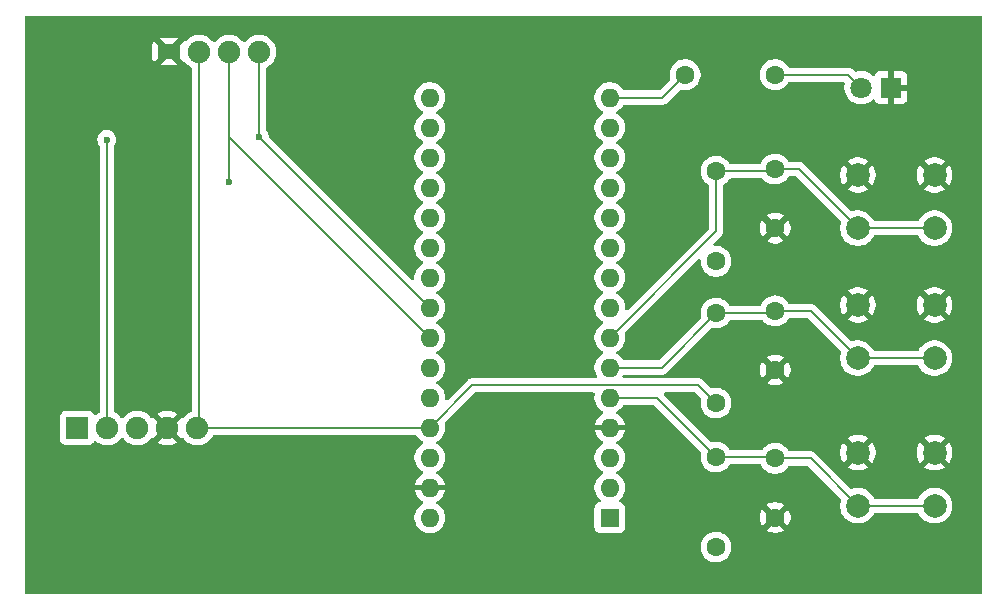
<source format=gtl>
G04 #@! TF.GenerationSoftware,KiCad,Pcbnew,9.0.2*
G04 #@! TF.CreationDate,2025-05-14T19:25:04+05:30*
G04 #@! TF.ProjectId,SpO2_project,53704f32-5f70-4726-9f6a-6563742e6b69,rev?*
G04 #@! TF.SameCoordinates,Original*
G04 #@! TF.FileFunction,Copper,L1,Top*
G04 #@! TF.FilePolarity,Positive*
%FSLAX46Y46*%
G04 Gerber Fmt 4.6, Leading zero omitted, Abs format (unit mm)*
G04 Created by KiCad (PCBNEW 9.0.2) date 2025-05-14 19:25:04*
%MOMM*%
%LPD*%
G01*
G04 APERTURE LIST*
G04 Aperture macros list*
%AMRoundRect*
0 Rectangle with rounded corners*
0 $1 Rounding radius*
0 $2 $3 $4 $5 $6 $7 $8 $9 X,Y pos of 4 corners*
0 Add a 4 corners polygon primitive as box body*
4,1,4,$2,$3,$4,$5,$6,$7,$8,$9,$2,$3,0*
0 Add four circle primitives for the rounded corners*
1,1,$1+$1,$2,$3*
1,1,$1+$1,$4,$5*
1,1,$1+$1,$6,$7*
1,1,$1+$1,$8,$9*
0 Add four rect primitives between the rounded corners*
20,1,$1+$1,$2,$3,$4,$5,0*
20,1,$1+$1,$4,$5,$6,$7,0*
20,1,$1+$1,$6,$7,$8,$9,0*
20,1,$1+$1,$8,$9,$2,$3,0*%
G04 Aperture macros list end*
G04 #@! TA.AperFunction,ComponentPad*
%ADD10R,1.905000X1.905000*%
G04 #@! TD*
G04 #@! TA.AperFunction,ComponentPad*
%ADD11C,1.905000*%
G04 #@! TD*
G04 #@! TA.AperFunction,ComponentPad*
%ADD12RoundRect,0.190500X-0.762000X-0.444500X0.762000X-0.444500X0.762000X0.444500X-0.762000X0.444500X0*%
G04 #@! TD*
G04 #@! TA.AperFunction,ComponentPad*
%ADD13C,1.600000*%
G04 #@! TD*
G04 #@! TA.AperFunction,ComponentPad*
%ADD14C,2.000000*%
G04 #@! TD*
G04 #@! TA.AperFunction,ComponentPad*
%ADD15R,1.800000X1.800000*%
G04 #@! TD*
G04 #@! TA.AperFunction,ComponentPad*
%ADD16C,1.800000*%
G04 #@! TD*
G04 #@! TA.AperFunction,ComponentPad*
%ADD17R,1.600000X1.600000*%
G04 #@! TD*
G04 #@! TA.AperFunction,ComponentPad*
%ADD18O,1.600000X1.600000*%
G04 #@! TD*
G04 #@! TA.AperFunction,ViaPad*
%ADD19C,0.600000*%
G04 #@! TD*
G04 #@! TA.AperFunction,Conductor*
%ADD20C,0.200000*%
G04 #@! TD*
G04 APERTURE END LIST*
D10*
X93920000Y-95420000D03*
D11*
X96460000Y-95420000D03*
X99000000Y-95420000D03*
X101540000Y-95420000D03*
X104080000Y-95420000D03*
D12*
X101690000Y-63570000D03*
D11*
X104230000Y-63570000D03*
X106770000Y-63570000D03*
X109310000Y-63570000D03*
D13*
X153000000Y-78500000D03*
X153000000Y-73500000D03*
D14*
X160000000Y-74000000D03*
X166500000Y-74000000D03*
X160000000Y-78500000D03*
X166500000Y-78500000D03*
X160000000Y-85000000D03*
X166500000Y-85000000D03*
X160000000Y-89500000D03*
X166500000Y-89500000D03*
X160000000Y-97500000D03*
X166500000Y-97500000D03*
X160000000Y-102000000D03*
X166500000Y-102000000D03*
D13*
X145380000Y-65500000D03*
X153000000Y-65500000D03*
X148000000Y-81310000D03*
X148000000Y-73690000D03*
X148000000Y-93310000D03*
X148000000Y-85690000D03*
X148000000Y-105500000D03*
X148000000Y-97880000D03*
D15*
X162800000Y-66600000D03*
D16*
X160260000Y-66600000D03*
D13*
X153000000Y-85500000D03*
X153000000Y-90500000D03*
X153000000Y-98000000D03*
X153000000Y-103000000D03*
D17*
X139000000Y-103000000D03*
D18*
X139000000Y-100460000D03*
X139000000Y-97920000D03*
X139000000Y-95380000D03*
X139000000Y-92840000D03*
X139000000Y-90300000D03*
X139000000Y-87760000D03*
X139000000Y-85220000D03*
X139000000Y-82680000D03*
X139000000Y-80140000D03*
X139000000Y-77600000D03*
X139000000Y-75060000D03*
X139000000Y-72520000D03*
X139000000Y-69980000D03*
X139000000Y-67440000D03*
X123760000Y-67440000D03*
X123760000Y-69980000D03*
X123760000Y-72520000D03*
X123760000Y-75060000D03*
X123760000Y-77600000D03*
X123760000Y-80140000D03*
X123760000Y-82680000D03*
X123760000Y-85220000D03*
X123760000Y-87760000D03*
X123760000Y-90300000D03*
X123760000Y-92840000D03*
X123760000Y-95380000D03*
X123760000Y-97920000D03*
X123760000Y-100460000D03*
X123760000Y-103000000D03*
D19*
X106800000Y-74600000D03*
X109310000Y-70770000D03*
X96400000Y-71000000D03*
D20*
X106800000Y-70800000D02*
X106770000Y-70770000D01*
X106800000Y-74600000D02*
X106800000Y-70800000D01*
X96460000Y-71060000D02*
X96400000Y-71000000D01*
X96460000Y-95420000D02*
X96460000Y-71060000D01*
X146502000Y-91812000D02*
X148000000Y-93310000D01*
X127328000Y-91812000D02*
X146502000Y-91812000D01*
X123760000Y-95380000D02*
X127328000Y-91812000D01*
X123720000Y-95420000D02*
X123760000Y-95380000D01*
X104080000Y-95420000D02*
X123720000Y-95420000D01*
X104230000Y-95270000D02*
X104080000Y-95420000D01*
X104230000Y-63570000D02*
X104230000Y-95270000D01*
X106770000Y-70770000D02*
X123760000Y-87760000D01*
X106770000Y-63570000D02*
X106770000Y-70770000D01*
X109310000Y-70770000D02*
X123760000Y-85220000D01*
X109310000Y-63570000D02*
X109310000Y-70770000D01*
X160000000Y-102000000D02*
X166500000Y-102000000D01*
X156000000Y-98000000D02*
X160000000Y-102000000D01*
X153000000Y-98000000D02*
X156000000Y-98000000D01*
X152880000Y-97880000D02*
X153000000Y-98000000D01*
X148000000Y-97880000D02*
X152880000Y-97880000D01*
X142960000Y-92840000D02*
X148000000Y-97880000D01*
X139000000Y-92840000D02*
X142960000Y-92840000D01*
X160000000Y-89500000D02*
X166500000Y-89500000D01*
X156000000Y-85500000D02*
X160000000Y-89500000D01*
X153000000Y-85500000D02*
X156000000Y-85500000D01*
X148000000Y-85690000D02*
X152810000Y-85690000D01*
X152810000Y-85690000D02*
X153000000Y-85500000D01*
X143390000Y-90300000D02*
X148000000Y-85690000D01*
X139000000Y-90300000D02*
X143390000Y-90300000D01*
X148000000Y-78760000D02*
X148000000Y-73690000D01*
X139000000Y-87760000D02*
X148000000Y-78760000D01*
X160000000Y-78500000D02*
X166500000Y-78500000D01*
X155000000Y-73500000D02*
X160000000Y-78500000D01*
X153000000Y-73500000D02*
X155000000Y-73500000D01*
X152810000Y-73690000D02*
X153000000Y-73500000D01*
X148000000Y-73690000D02*
X152810000Y-73690000D01*
X159160000Y-65500000D02*
X160260000Y-66600000D01*
X153000000Y-65500000D02*
X159160000Y-65500000D01*
X143440000Y-67440000D02*
X145380000Y-65500000D01*
X139000000Y-67440000D02*
X143440000Y-67440000D01*
G04 #@! TA.AperFunction,Conductor*
G36*
X170442539Y-60520185D02*
G01*
X170488294Y-60572989D01*
X170499500Y-60624500D01*
X170499500Y-109375500D01*
X170479815Y-109442539D01*
X170427011Y-109488294D01*
X170375500Y-109499500D01*
X89624500Y-109499500D01*
X89557461Y-109479815D01*
X89511706Y-109427011D01*
X89500500Y-109375500D01*
X89500500Y-105397648D01*
X146699500Y-105397648D01*
X146699500Y-105602351D01*
X146731522Y-105804534D01*
X146794781Y-105999223D01*
X146887715Y-106181613D01*
X147008028Y-106347213D01*
X147152786Y-106491971D01*
X147307749Y-106604556D01*
X147318390Y-106612287D01*
X147434607Y-106671503D01*
X147500776Y-106705218D01*
X147500778Y-106705218D01*
X147500781Y-106705220D01*
X147605137Y-106739127D01*
X147695465Y-106768477D01*
X147796557Y-106784488D01*
X147897648Y-106800500D01*
X147897649Y-106800500D01*
X148102351Y-106800500D01*
X148102352Y-106800500D01*
X148304534Y-106768477D01*
X148499219Y-106705220D01*
X148681610Y-106612287D01*
X148774590Y-106544732D01*
X148847213Y-106491971D01*
X148847215Y-106491968D01*
X148847219Y-106491966D01*
X148991966Y-106347219D01*
X148991968Y-106347215D01*
X148991971Y-106347213D01*
X149044732Y-106274590D01*
X149112287Y-106181610D01*
X149205220Y-105999219D01*
X149268477Y-105804534D01*
X149300500Y-105602352D01*
X149300500Y-105397648D01*
X149268477Y-105195466D01*
X149205220Y-105000781D01*
X149205218Y-105000778D01*
X149205218Y-105000776D01*
X149171503Y-104934607D01*
X149112287Y-104818390D01*
X149104556Y-104807749D01*
X148991971Y-104652786D01*
X148847213Y-104508028D01*
X148681613Y-104387715D01*
X148681612Y-104387714D01*
X148681610Y-104387713D01*
X148624653Y-104358691D01*
X148499223Y-104294781D01*
X148304534Y-104231522D01*
X148129995Y-104203878D01*
X148102352Y-104199500D01*
X147897648Y-104199500D01*
X147873329Y-104203351D01*
X147695465Y-104231522D01*
X147500776Y-104294781D01*
X147318386Y-104387715D01*
X147152786Y-104508028D01*
X147008028Y-104652786D01*
X146887715Y-104818386D01*
X146794781Y-105000776D01*
X146731522Y-105195465D01*
X146699500Y-105397648D01*
X89500500Y-105397648D01*
X89500500Y-94419635D01*
X92467000Y-94419635D01*
X92467000Y-96420370D01*
X92467001Y-96420376D01*
X92473408Y-96479983D01*
X92523702Y-96614828D01*
X92523706Y-96614835D01*
X92609952Y-96730044D01*
X92609955Y-96730047D01*
X92725164Y-96816293D01*
X92725171Y-96816297D01*
X92860017Y-96866591D01*
X92860016Y-96866591D01*
X92866944Y-96867335D01*
X92919627Y-96873000D01*
X94920372Y-96872999D01*
X94979983Y-96866591D01*
X95114831Y-96816296D01*
X95230046Y-96730046D01*
X95316296Y-96614831D01*
X95326690Y-96586960D01*
X95368560Y-96531027D01*
X95434023Y-96506608D01*
X95502297Y-96521458D01*
X95515746Y-96529965D01*
X95698462Y-96662717D01*
X95830599Y-96730044D01*
X95902244Y-96766549D01*
X96119751Y-96837221D01*
X96119752Y-96837221D01*
X96119755Y-96837222D01*
X96345646Y-96873000D01*
X96345647Y-96873000D01*
X96574353Y-96873000D01*
X96574354Y-96873000D01*
X96800245Y-96837222D01*
X96800248Y-96837221D01*
X96800249Y-96837221D01*
X97017755Y-96766549D01*
X97017755Y-96766548D01*
X97017758Y-96766548D01*
X97221538Y-96662717D01*
X97406566Y-96528286D01*
X97568286Y-96366566D01*
X97629683Y-96282059D01*
X97685012Y-96239396D01*
X97754625Y-96233417D01*
X97816420Y-96266023D01*
X97830314Y-96282056D01*
X97891714Y-96366566D01*
X98053434Y-96528286D01*
X98238462Y-96662717D01*
X98370599Y-96730044D01*
X98442244Y-96766549D01*
X98659751Y-96837221D01*
X98659752Y-96837221D01*
X98659755Y-96837222D01*
X98885646Y-96873000D01*
X98885647Y-96873000D01*
X99114353Y-96873000D01*
X99114354Y-96873000D01*
X99340245Y-96837222D01*
X99340248Y-96837221D01*
X99340249Y-96837221D01*
X99557755Y-96766549D01*
X99557755Y-96766548D01*
X99557758Y-96766548D01*
X99761538Y-96662717D01*
X99946566Y-96528286D01*
X100108286Y-96366566D01*
X100169991Y-96281635D01*
X100225321Y-96238970D01*
X100294934Y-96232991D01*
X100334290Y-96253756D01*
X100351347Y-96255099D01*
X101140000Y-95466446D01*
X101140000Y-95472661D01*
X101167259Y-95574394D01*
X101219920Y-95665606D01*
X101294394Y-95740080D01*
X101385606Y-95792741D01*
X101487339Y-95820000D01*
X101493553Y-95820000D01*
X100704899Y-96608651D01*
X100778725Y-96662288D01*
X100778731Y-96662292D01*
X100982431Y-96766082D01*
X101199875Y-96836734D01*
X101425687Y-96872500D01*
X101654313Y-96872500D01*
X101880124Y-96836734D01*
X101880125Y-96836734D01*
X102097568Y-96766082D01*
X102301276Y-96662288D01*
X102375098Y-96608651D01*
X101586447Y-95820000D01*
X101592661Y-95820000D01*
X101694394Y-95792741D01*
X101785606Y-95740080D01*
X101860080Y-95665606D01*
X101912741Y-95574394D01*
X101940000Y-95472661D01*
X101940000Y-95466448D01*
X102728651Y-96255099D01*
X102745503Y-96253772D01*
X102764699Y-96238970D01*
X102834312Y-96232989D01*
X102896107Y-96265594D01*
X102910007Y-96281634D01*
X102910317Y-96282061D01*
X102971714Y-96366566D01*
X103133434Y-96528286D01*
X103318462Y-96662717D01*
X103450599Y-96730044D01*
X103522244Y-96766549D01*
X103739751Y-96837221D01*
X103739752Y-96837221D01*
X103739755Y-96837222D01*
X103965646Y-96873000D01*
X103965647Y-96873000D01*
X104194353Y-96873000D01*
X104194354Y-96873000D01*
X104420245Y-96837222D01*
X104420248Y-96837221D01*
X104420249Y-96837221D01*
X104637755Y-96766549D01*
X104637755Y-96766548D01*
X104637758Y-96766548D01*
X104841538Y-96662717D01*
X105026566Y-96528286D01*
X105188286Y-96366566D01*
X105322717Y-96181538D01*
X105370273Y-96088205D01*
X105418248Y-96037409D01*
X105480758Y-96020500D01*
X122554663Y-96020500D01*
X122621702Y-96040185D01*
X122654981Y-96071615D01*
X122768028Y-96227212D01*
X122768032Y-96227217D01*
X122912786Y-96371971D01*
X123052822Y-96473711D01*
X123078390Y-96492287D01*
X123169840Y-96538883D01*
X123171080Y-96539515D01*
X123221876Y-96587490D01*
X123238671Y-96655311D01*
X123216134Y-96721446D01*
X123171080Y-96760485D01*
X123078386Y-96807715D01*
X122912786Y-96928028D01*
X122768028Y-97072786D01*
X122647715Y-97238386D01*
X122554781Y-97420776D01*
X122491522Y-97615465D01*
X122459500Y-97817648D01*
X122459500Y-98022351D01*
X122491522Y-98224534D01*
X122554781Y-98419223D01*
X122595542Y-98499219D01*
X122647147Y-98600500D01*
X122647715Y-98601613D01*
X122768028Y-98767213D01*
X122912786Y-98911971D01*
X123022892Y-98991966D01*
X123078390Y-99032287D01*
X123150424Y-99068990D01*
X123171629Y-99079795D01*
X123222425Y-99127770D01*
X123239220Y-99195591D01*
X123216682Y-99261726D01*
X123171629Y-99300765D01*
X123078650Y-99348140D01*
X122913105Y-99468417D01*
X122913104Y-99468417D01*
X122768417Y-99613104D01*
X122768417Y-99613105D01*
X122648140Y-99778650D01*
X122555244Y-99960970D01*
X122492009Y-100155586D01*
X122483391Y-100210000D01*
X123326988Y-100210000D01*
X123294075Y-100267007D01*
X123260000Y-100394174D01*
X123260000Y-100525826D01*
X123294075Y-100652993D01*
X123326988Y-100710000D01*
X122483391Y-100710000D01*
X122492009Y-100764413D01*
X122555244Y-100959029D01*
X122648140Y-101141349D01*
X122768417Y-101306894D01*
X122768417Y-101306895D01*
X122913104Y-101451582D01*
X123078652Y-101571861D01*
X123171628Y-101619234D01*
X123222425Y-101667208D01*
X123239220Y-101735029D01*
X123216683Y-101801164D01*
X123171630Y-101840203D01*
X123078388Y-101887713D01*
X122912786Y-102008028D01*
X122768028Y-102152786D01*
X122647715Y-102318386D01*
X122554781Y-102500776D01*
X122491522Y-102695465D01*
X122459500Y-102897648D01*
X122459500Y-103102351D01*
X122491522Y-103304534D01*
X122554781Y-103499223D01*
X122618691Y-103624653D01*
X122647585Y-103681359D01*
X122647715Y-103681613D01*
X122768028Y-103847213D01*
X122912786Y-103991971D01*
X123033226Y-104079474D01*
X123078390Y-104112287D01*
X123167212Y-104157544D01*
X123260776Y-104205218D01*
X123260778Y-104205218D01*
X123260781Y-104205220D01*
X123365137Y-104239127D01*
X123455465Y-104268477D01*
X123556557Y-104284488D01*
X123657648Y-104300500D01*
X123657649Y-104300500D01*
X123862351Y-104300500D01*
X123862352Y-104300500D01*
X124064534Y-104268477D01*
X124259219Y-104205220D01*
X124441610Y-104112287D01*
X124537901Y-104042328D01*
X124607213Y-103991971D01*
X124607215Y-103991968D01*
X124607219Y-103991966D01*
X124751966Y-103847219D01*
X124751968Y-103847215D01*
X124751971Y-103847213D01*
X124804732Y-103774590D01*
X124872287Y-103681610D01*
X124965220Y-103499219D01*
X125028477Y-103304534D01*
X125060500Y-103102352D01*
X125060500Y-102897648D01*
X125042885Y-102786433D01*
X125028477Y-102695465D01*
X124989659Y-102575996D01*
X124965220Y-102500781D01*
X124965218Y-102500778D01*
X124965218Y-102500776D01*
X124931503Y-102434607D01*
X124872287Y-102318390D01*
X124840092Y-102274077D01*
X124751971Y-102152786D01*
X124607213Y-102008028D01*
X124441611Y-101887713D01*
X124348369Y-101840203D01*
X124297574Y-101792229D01*
X124280779Y-101724407D01*
X124303317Y-101658273D01*
X124348371Y-101619234D01*
X124441347Y-101571861D01*
X124606894Y-101451582D01*
X124606895Y-101451582D01*
X124751582Y-101306895D01*
X124751582Y-101306894D01*
X124871859Y-101141349D01*
X124964755Y-100959029D01*
X125027990Y-100764413D01*
X125036609Y-100710000D01*
X124193012Y-100710000D01*
X124225925Y-100652993D01*
X124260000Y-100525826D01*
X124260000Y-100394174D01*
X124225925Y-100267007D01*
X124193012Y-100210000D01*
X125036609Y-100210000D01*
X125027990Y-100155586D01*
X124964755Y-99960970D01*
X124871859Y-99778650D01*
X124751582Y-99613105D01*
X124751582Y-99613104D01*
X124606895Y-99468417D01*
X124441349Y-99348140D01*
X124348370Y-99300765D01*
X124297574Y-99252790D01*
X124280779Y-99184969D01*
X124303316Y-99118835D01*
X124348370Y-99079795D01*
X124348920Y-99079515D01*
X124441610Y-99032287D01*
X124536887Y-98963065D01*
X124607213Y-98911971D01*
X124607215Y-98911968D01*
X124607219Y-98911966D01*
X124751966Y-98767219D01*
X124751968Y-98767215D01*
X124751971Y-98767213D01*
X124846706Y-98636819D01*
X124872287Y-98601610D01*
X124965220Y-98419219D01*
X125028477Y-98224534D01*
X125060500Y-98022352D01*
X125060500Y-97817648D01*
X125030983Y-97631286D01*
X125028477Y-97615465D01*
X124969891Y-97435157D01*
X124965220Y-97420781D01*
X124965218Y-97420778D01*
X124965218Y-97420776D01*
X124913049Y-97318390D01*
X124872287Y-97238390D01*
X124843222Y-97198385D01*
X124751971Y-97072786D01*
X124607213Y-96928028D01*
X124441614Y-96807715D01*
X124435006Y-96804348D01*
X124348917Y-96760483D01*
X124298123Y-96712511D01*
X124281328Y-96644690D01*
X124303865Y-96578555D01*
X124348917Y-96539516D01*
X124441610Y-96492287D01*
X124540592Y-96420373D01*
X124607213Y-96371971D01*
X124607215Y-96371968D01*
X124607219Y-96371966D01*
X124751966Y-96227219D01*
X124751968Y-96227215D01*
X124751971Y-96227213D01*
X124824058Y-96127992D01*
X124872287Y-96061610D01*
X124965220Y-95879219D01*
X125028477Y-95684534D01*
X125060500Y-95482352D01*
X125060500Y-95277648D01*
X125044146Y-95174394D01*
X125028478Y-95075472D01*
X125028477Y-95075471D01*
X125028477Y-95075466D01*
X125023825Y-95061151D01*
X125021832Y-94991312D01*
X125054075Y-94935158D01*
X127540416Y-92448819D01*
X127601739Y-92415334D01*
X127628097Y-92412500D01*
X137605814Y-92412500D01*
X137672853Y-92432185D01*
X137718608Y-92484989D01*
X137728552Y-92554147D01*
X137728290Y-92555874D01*
X137717472Y-92624181D01*
X137699500Y-92737648D01*
X137699500Y-92942351D01*
X137731522Y-93144534D01*
X137794781Y-93339223D01*
X137887715Y-93521613D01*
X138008028Y-93687213D01*
X138152786Y-93831971D01*
X138307749Y-93944556D01*
X138318390Y-93952287D01*
X138390424Y-93988990D01*
X138411629Y-93999795D01*
X138462425Y-94047770D01*
X138479220Y-94115591D01*
X138456682Y-94181726D01*
X138411629Y-94220765D01*
X138318650Y-94268140D01*
X138153105Y-94388417D01*
X138153104Y-94388417D01*
X138008417Y-94533104D01*
X138008417Y-94533105D01*
X137888140Y-94698650D01*
X137795244Y-94880970D01*
X137732009Y-95075586D01*
X137723391Y-95130000D01*
X138566988Y-95130000D01*
X138534075Y-95187007D01*
X138500000Y-95314174D01*
X138500000Y-95445826D01*
X138534075Y-95572993D01*
X138566988Y-95630000D01*
X137723391Y-95630000D01*
X137732009Y-95684413D01*
X137795244Y-95879029D01*
X137888140Y-96061349D01*
X138008417Y-96226894D01*
X138008417Y-96226895D01*
X138153104Y-96371582D01*
X138318652Y-96491861D01*
X138411628Y-96539234D01*
X138462425Y-96587208D01*
X138479220Y-96655029D01*
X138456683Y-96721164D01*
X138411630Y-96760203D01*
X138318388Y-96807713D01*
X138152786Y-96928028D01*
X138008028Y-97072786D01*
X137887715Y-97238386D01*
X137794781Y-97420776D01*
X137731522Y-97615465D01*
X137699500Y-97817648D01*
X137699500Y-98022351D01*
X137731522Y-98224534D01*
X137794781Y-98419223D01*
X137835542Y-98499219D01*
X137887147Y-98600500D01*
X137887715Y-98601613D01*
X138008028Y-98767213D01*
X138152786Y-98911971D01*
X138262892Y-98991966D01*
X138318390Y-99032287D01*
X138409840Y-99078883D01*
X138411080Y-99079515D01*
X138461876Y-99127490D01*
X138478671Y-99195311D01*
X138456134Y-99261446D01*
X138411080Y-99300485D01*
X138318386Y-99347715D01*
X138152786Y-99468028D01*
X138008028Y-99612786D01*
X137887715Y-99778386D01*
X137794781Y-99960776D01*
X137731522Y-100155465D01*
X137699500Y-100357648D01*
X137699500Y-100562351D01*
X137731522Y-100764534D01*
X137794781Y-100959223D01*
X137887715Y-101141613D01*
X138008028Y-101307213D01*
X138152784Y-101451969D01*
X138189068Y-101478330D01*
X138231735Y-101533659D01*
X138237715Y-101603273D01*
X138205109Y-101665068D01*
X138144271Y-101699426D01*
X138129440Y-101701938D01*
X138092519Y-101705907D01*
X137957671Y-101756202D01*
X137957664Y-101756206D01*
X137842455Y-101842452D01*
X137842452Y-101842455D01*
X137756206Y-101957664D01*
X137756202Y-101957671D01*
X137705908Y-102092517D01*
X137699501Y-102152116D01*
X137699501Y-102152123D01*
X137699500Y-102152135D01*
X137699500Y-103847870D01*
X137699501Y-103847876D01*
X137705908Y-103907483D01*
X137756202Y-104042328D01*
X137756206Y-104042335D01*
X137842452Y-104157544D01*
X137842455Y-104157547D01*
X137957664Y-104243793D01*
X137957671Y-104243797D01*
X138092517Y-104294091D01*
X138092516Y-104294091D01*
X138098925Y-104294780D01*
X138152127Y-104300500D01*
X139847872Y-104300499D01*
X139907483Y-104294091D01*
X140042331Y-104243796D01*
X140157546Y-104157546D01*
X140243796Y-104042331D01*
X140263732Y-103988881D01*
X140263733Y-103988879D01*
X140294090Y-103907485D01*
X140294091Y-103907483D01*
X140300500Y-103847873D01*
X140300499Y-102897682D01*
X151700000Y-102897682D01*
X151700000Y-103102317D01*
X151732009Y-103304417D01*
X151795244Y-103499031D01*
X151888141Y-103681350D01*
X151888147Y-103681359D01*
X151920523Y-103725921D01*
X151920524Y-103725922D01*
X152600000Y-103046446D01*
X152600000Y-103052661D01*
X152627259Y-103154394D01*
X152679920Y-103245606D01*
X152754394Y-103320080D01*
X152845606Y-103372741D01*
X152947339Y-103400000D01*
X152953553Y-103400000D01*
X152274076Y-104079474D01*
X152318650Y-104111859D01*
X152500968Y-104204755D01*
X152695582Y-104267990D01*
X152897683Y-104300000D01*
X153102317Y-104300000D01*
X153304417Y-104267990D01*
X153499031Y-104204755D01*
X153681349Y-104111859D01*
X153725921Y-104079474D01*
X153046447Y-103400000D01*
X153052661Y-103400000D01*
X153154394Y-103372741D01*
X153245606Y-103320080D01*
X153320080Y-103245606D01*
X153372741Y-103154394D01*
X153400000Y-103052661D01*
X153400000Y-103046447D01*
X154079474Y-103725921D01*
X154111859Y-103681349D01*
X154204755Y-103499031D01*
X154267990Y-103304417D01*
X154300000Y-103102317D01*
X154300000Y-102897682D01*
X154267990Y-102695582D01*
X154204755Y-102500968D01*
X154111859Y-102318650D01*
X154079474Y-102274077D01*
X154079474Y-102274076D01*
X153400000Y-102953551D01*
X153400000Y-102947339D01*
X153372741Y-102845606D01*
X153320080Y-102754394D01*
X153245606Y-102679920D01*
X153154394Y-102627259D01*
X153052661Y-102600000D01*
X153046446Y-102600000D01*
X153725922Y-101920524D01*
X153725921Y-101920523D01*
X153681359Y-101888147D01*
X153681350Y-101888141D01*
X153499031Y-101795244D01*
X153304417Y-101732009D01*
X153102317Y-101700000D01*
X152897683Y-101700000D01*
X152695582Y-101732009D01*
X152500968Y-101795244D01*
X152318644Y-101888143D01*
X152274077Y-101920523D01*
X152274077Y-101920524D01*
X152953554Y-102600000D01*
X152947339Y-102600000D01*
X152845606Y-102627259D01*
X152754394Y-102679920D01*
X152679920Y-102754394D01*
X152627259Y-102845606D01*
X152600000Y-102947339D01*
X152600000Y-102953553D01*
X151920524Y-102274077D01*
X151920523Y-102274077D01*
X151888143Y-102318644D01*
X151795244Y-102500968D01*
X151732009Y-102695582D01*
X151700000Y-102897682D01*
X140300499Y-102897682D01*
X140300499Y-102152128D01*
X140294091Y-102092517D01*
X140294091Y-102092516D01*
X140263731Y-102011116D01*
X140243797Y-101957671D01*
X140243793Y-101957664D01*
X140157547Y-101842455D01*
X140157544Y-101842452D01*
X140042335Y-101756206D01*
X140042328Y-101756202D01*
X139907482Y-101705908D01*
X139907483Y-101705908D01*
X139870560Y-101701939D01*
X139806009Y-101675201D01*
X139766160Y-101617809D01*
X139763667Y-101547984D01*
X139799319Y-101487895D01*
X139810930Y-101478331D01*
X139847219Y-101451966D01*
X139991966Y-101307219D01*
X139991968Y-101307215D01*
X139991971Y-101307213D01*
X140044732Y-101234590D01*
X140112287Y-101141610D01*
X140205220Y-100959219D01*
X140268477Y-100764534D01*
X140300500Y-100562352D01*
X140300500Y-100357648D01*
X140286144Y-100267007D01*
X140268477Y-100155465D01*
X140205218Y-99960776D01*
X140112419Y-99778650D01*
X140112287Y-99778390D01*
X140104556Y-99767749D01*
X139991971Y-99612786D01*
X139847213Y-99468028D01*
X139681614Y-99347715D01*
X139675006Y-99344348D01*
X139588917Y-99300483D01*
X139538123Y-99252511D01*
X139521328Y-99184690D01*
X139543865Y-99118555D01*
X139588917Y-99079516D01*
X139681610Y-99032287D01*
X139776887Y-98963065D01*
X139847213Y-98911971D01*
X139847215Y-98911968D01*
X139847219Y-98911966D01*
X139991966Y-98767219D01*
X139991968Y-98767215D01*
X139991971Y-98767213D01*
X140086706Y-98636819D01*
X140112287Y-98601610D01*
X140205220Y-98419219D01*
X140268477Y-98224534D01*
X140300500Y-98022352D01*
X140300500Y-97817648D01*
X140270983Y-97631286D01*
X140268477Y-97615465D01*
X140209891Y-97435157D01*
X140205220Y-97420781D01*
X140205218Y-97420778D01*
X140205218Y-97420776D01*
X140153049Y-97318390D01*
X140112287Y-97238390D01*
X140083222Y-97198385D01*
X139991971Y-97072786D01*
X139847213Y-96928028D01*
X139681611Y-96807713D01*
X139588369Y-96760203D01*
X139537574Y-96712229D01*
X139520779Y-96644407D01*
X139543317Y-96578273D01*
X139588371Y-96539234D01*
X139681347Y-96491861D01*
X139846894Y-96371582D01*
X139846895Y-96371582D01*
X139991582Y-96226895D01*
X139991582Y-96226894D01*
X140111859Y-96061349D01*
X140204755Y-95879029D01*
X140267990Y-95684413D01*
X140276609Y-95630000D01*
X139433012Y-95630000D01*
X139465925Y-95572993D01*
X139500000Y-95445826D01*
X139500000Y-95314174D01*
X139465925Y-95187007D01*
X139433012Y-95130000D01*
X140276609Y-95130000D01*
X140267990Y-95075586D01*
X140204755Y-94880970D01*
X140111859Y-94698650D01*
X139991582Y-94533105D01*
X139991582Y-94533104D01*
X139846895Y-94388417D01*
X139681349Y-94268140D01*
X139588370Y-94220765D01*
X139537574Y-94172790D01*
X139520779Y-94104969D01*
X139543316Y-94038835D01*
X139588370Y-93999795D01*
X139604434Y-93991610D01*
X139681610Y-93952287D01*
X139702770Y-93936913D01*
X139847213Y-93831971D01*
X139847215Y-93831968D01*
X139847219Y-93831966D01*
X139991966Y-93687219D01*
X139991968Y-93687215D01*
X139991971Y-93687213D01*
X140112284Y-93521614D01*
X140112285Y-93521613D01*
X140112287Y-93521610D01*
X140119117Y-93508204D01*
X140167091Y-93457409D01*
X140229602Y-93440500D01*
X142659903Y-93440500D01*
X142726942Y-93460185D01*
X142747584Y-93476819D01*
X146705922Y-97435157D01*
X146739407Y-97496480D01*
X146736173Y-97561155D01*
X146731522Y-97575468D01*
X146699500Y-97777648D01*
X146699500Y-97982351D01*
X146731522Y-98184534D01*
X146794781Y-98379223D01*
X146887715Y-98561613D01*
X147008028Y-98727213D01*
X147152786Y-98871971D01*
X147278169Y-98963065D01*
X147318390Y-98992287D01*
X147434607Y-99051503D01*
X147500776Y-99085218D01*
X147500778Y-99085218D01*
X147500781Y-99085220D01*
X147584085Y-99112287D01*
X147695465Y-99148477D01*
X147796557Y-99164488D01*
X147897648Y-99180500D01*
X147897649Y-99180500D01*
X148102351Y-99180500D01*
X148102352Y-99180500D01*
X148304534Y-99148477D01*
X148499219Y-99085220D01*
X148681610Y-98992287D01*
X148774590Y-98924732D01*
X148847213Y-98871971D01*
X148847215Y-98871968D01*
X148847219Y-98871966D01*
X148991966Y-98727219D01*
X148991968Y-98727215D01*
X148991971Y-98727213D01*
X149112284Y-98561614D01*
X149112285Y-98561613D01*
X149112287Y-98561610D01*
X149119117Y-98548204D01*
X149167091Y-98497409D01*
X149229602Y-98480500D01*
X151709255Y-98480500D01*
X151776294Y-98500185D01*
X151819739Y-98548204D01*
X151855001Y-98617409D01*
X151887715Y-98681614D01*
X152008028Y-98847213D01*
X152152786Y-98991971D01*
X152273668Y-99079795D01*
X152318390Y-99112287D01*
X152389417Y-99148477D01*
X152500776Y-99205218D01*
X152500778Y-99205218D01*
X152500781Y-99205220D01*
X152605137Y-99239127D01*
X152695465Y-99268477D01*
X152796557Y-99284488D01*
X152897648Y-99300500D01*
X152897649Y-99300500D01*
X153102351Y-99300500D01*
X153102352Y-99300500D01*
X153304534Y-99268477D01*
X153499219Y-99205220D01*
X153681610Y-99112287D01*
X153774590Y-99044732D01*
X153847213Y-98991971D01*
X153847215Y-98991968D01*
X153847219Y-98991966D01*
X153991966Y-98847219D01*
X153991968Y-98847215D01*
X153991971Y-98847213D01*
X154112284Y-98681614D01*
X154112283Y-98681614D01*
X154112287Y-98681610D01*
X154119117Y-98668204D01*
X154167091Y-98617409D01*
X154229602Y-98600500D01*
X155699903Y-98600500D01*
X155766942Y-98620185D01*
X155787584Y-98636819D01*
X158547200Y-101396435D01*
X158580685Y-101457758D01*
X158577450Y-101522433D01*
X158536447Y-101648628D01*
X158499500Y-101881902D01*
X158499500Y-102118097D01*
X158536446Y-102351368D01*
X158609433Y-102575996D01*
X158670307Y-102695466D01*
X158716657Y-102786433D01*
X158855483Y-102977510D01*
X159022490Y-103144517D01*
X159213567Y-103283343D01*
X159312991Y-103334002D01*
X159424003Y-103390566D01*
X159424005Y-103390566D01*
X159424008Y-103390568D01*
X159453037Y-103400000D01*
X159648631Y-103463553D01*
X159881903Y-103500500D01*
X159881908Y-103500500D01*
X160118097Y-103500500D01*
X160351368Y-103463553D01*
X160575992Y-103390568D01*
X160786433Y-103283343D01*
X160977510Y-103144517D01*
X161144517Y-102977510D01*
X161283343Y-102786433D01*
X161343583Y-102668204D01*
X161391558Y-102617409D01*
X161454068Y-102600500D01*
X165045932Y-102600500D01*
X165112971Y-102620185D01*
X165156416Y-102668203D01*
X165216657Y-102786433D01*
X165355483Y-102977510D01*
X165522490Y-103144517D01*
X165713567Y-103283343D01*
X165812991Y-103334002D01*
X165924003Y-103390566D01*
X165924005Y-103390566D01*
X165924008Y-103390568D01*
X165953037Y-103400000D01*
X166148631Y-103463553D01*
X166381903Y-103500500D01*
X166381908Y-103500500D01*
X166618097Y-103500500D01*
X166851368Y-103463553D01*
X167075992Y-103390568D01*
X167286433Y-103283343D01*
X167477510Y-103144517D01*
X167644517Y-102977510D01*
X167783343Y-102786433D01*
X167890568Y-102575992D01*
X167963553Y-102351368D01*
X167975795Y-102274076D01*
X168000500Y-102118097D01*
X168000500Y-101881902D01*
X167963553Y-101648631D01*
X167911326Y-101487895D01*
X167890568Y-101424008D01*
X167890566Y-101424005D01*
X167890566Y-101424003D01*
X167783342Y-101213566D01*
X167644517Y-101022490D01*
X167477510Y-100855483D01*
X167286433Y-100716657D01*
X167273368Y-100710000D01*
X167075996Y-100609433D01*
X166851368Y-100536446D01*
X166618097Y-100499500D01*
X166618092Y-100499500D01*
X166381908Y-100499500D01*
X166381903Y-100499500D01*
X166148631Y-100536446D01*
X165924003Y-100609433D01*
X165713566Y-100716657D01*
X165647670Y-100764534D01*
X165522490Y-100855483D01*
X165522488Y-100855485D01*
X165522487Y-100855485D01*
X165355485Y-101022487D01*
X165355485Y-101022488D01*
X165355483Y-101022490D01*
X165295862Y-101104550D01*
X165216657Y-101213566D01*
X165184060Y-101277540D01*
X165169105Y-101306894D01*
X165156417Y-101331795D01*
X165108442Y-101382591D01*
X165045932Y-101399500D01*
X161454068Y-101399500D01*
X161387029Y-101379815D01*
X161343583Y-101331795D01*
X161330896Y-101306895D01*
X161283343Y-101213567D01*
X161144517Y-101022490D01*
X160977510Y-100855483D01*
X160786433Y-100716657D01*
X160773368Y-100710000D01*
X160575996Y-100609433D01*
X160351368Y-100536446D01*
X160118097Y-100499500D01*
X160118092Y-100499500D01*
X159881908Y-100499500D01*
X159881903Y-100499500D01*
X159648628Y-100536447D01*
X159522433Y-100577450D01*
X159452592Y-100579445D01*
X159396435Y-100547200D01*
X156487590Y-97638355D01*
X156487588Y-97638352D01*
X156368717Y-97519481D01*
X156368712Y-97519477D01*
X156308063Y-97484462D01*
X156308063Y-97484461D01*
X156241594Y-97446086D01*
X156241588Y-97446083D01*
X156231787Y-97440423D01*
X156158481Y-97420781D01*
X156079057Y-97399499D01*
X155920943Y-97399499D01*
X155913347Y-97399499D01*
X155913331Y-97399500D01*
X154229602Y-97399500D01*
X154169824Y-97381947D01*
X158500000Y-97381947D01*
X158500000Y-97618052D01*
X158536934Y-97851247D01*
X158609897Y-98075802D01*
X158717087Y-98286174D01*
X158777338Y-98369104D01*
X158777340Y-98369105D01*
X159476212Y-97670233D01*
X159487482Y-97712292D01*
X159559890Y-97837708D01*
X159662292Y-97940110D01*
X159787708Y-98012518D01*
X159829765Y-98023787D01*
X159130893Y-98722658D01*
X159213828Y-98782914D01*
X159424197Y-98890102D01*
X159648752Y-98963065D01*
X159648751Y-98963065D01*
X159881948Y-99000000D01*
X160118052Y-99000000D01*
X160351247Y-98963065D01*
X160575802Y-98890102D01*
X160786163Y-98782918D01*
X160786169Y-98782914D01*
X160869104Y-98722658D01*
X160869105Y-98722658D01*
X160170233Y-98023787D01*
X160212292Y-98012518D01*
X160337708Y-97940110D01*
X160440110Y-97837708D01*
X160512518Y-97712292D01*
X160523787Y-97670234D01*
X161222658Y-98369105D01*
X161222658Y-98369104D01*
X161282914Y-98286169D01*
X161282918Y-98286163D01*
X161390102Y-98075802D01*
X161463065Y-97851247D01*
X161500000Y-97618052D01*
X161500000Y-97381947D01*
X165000000Y-97381947D01*
X165000000Y-97618052D01*
X165036934Y-97851247D01*
X165109897Y-98075802D01*
X165217087Y-98286174D01*
X165277338Y-98369104D01*
X165277340Y-98369105D01*
X165976212Y-97670233D01*
X165987482Y-97712292D01*
X166059890Y-97837708D01*
X166162292Y-97940110D01*
X166287708Y-98012518D01*
X166329765Y-98023787D01*
X165630893Y-98722658D01*
X165713828Y-98782914D01*
X165924197Y-98890102D01*
X166148752Y-98963065D01*
X166148751Y-98963065D01*
X166381948Y-99000000D01*
X166618052Y-99000000D01*
X166851247Y-98963065D01*
X167075802Y-98890102D01*
X167286163Y-98782918D01*
X167286169Y-98782914D01*
X167369104Y-98722658D01*
X167369105Y-98722658D01*
X166670233Y-98023787D01*
X166712292Y-98012518D01*
X166837708Y-97940110D01*
X166940110Y-97837708D01*
X167012518Y-97712292D01*
X167023787Y-97670234D01*
X167722658Y-98369105D01*
X167722658Y-98369104D01*
X167782914Y-98286169D01*
X167782918Y-98286163D01*
X167890102Y-98075802D01*
X167963065Y-97851247D01*
X168000000Y-97618052D01*
X168000000Y-97381947D01*
X167963065Y-97148752D01*
X167890102Y-96924197D01*
X167782914Y-96713828D01*
X167722658Y-96630894D01*
X167722658Y-96630893D01*
X167023787Y-97329765D01*
X167012518Y-97287708D01*
X166940110Y-97162292D01*
X166837708Y-97059890D01*
X166712292Y-96987482D01*
X166670234Y-96976212D01*
X167369105Y-96277340D01*
X167369104Y-96277338D01*
X167286174Y-96217087D01*
X167075802Y-96109897D01*
X166851247Y-96036934D01*
X166851248Y-96036934D01*
X166618052Y-96000000D01*
X166381948Y-96000000D01*
X166148752Y-96036934D01*
X165924197Y-96109897D01*
X165713830Y-96217084D01*
X165630894Y-96277340D01*
X166329766Y-96976212D01*
X166287708Y-96987482D01*
X166162292Y-97059890D01*
X166059890Y-97162292D01*
X165987482Y-97287708D01*
X165976212Y-97329765D01*
X165277340Y-96630894D01*
X165217084Y-96713830D01*
X165109897Y-96924197D01*
X165036934Y-97148752D01*
X165000000Y-97381947D01*
X161500000Y-97381947D01*
X161463065Y-97148752D01*
X161390102Y-96924197D01*
X161282914Y-96713828D01*
X161222658Y-96630894D01*
X161222658Y-96630893D01*
X160523787Y-97329765D01*
X160512518Y-97287708D01*
X160440110Y-97162292D01*
X160337708Y-97059890D01*
X160212292Y-96987482D01*
X160170234Y-96976212D01*
X160869105Y-96277340D01*
X160869104Y-96277339D01*
X160786174Y-96217087D01*
X160575802Y-96109897D01*
X160351247Y-96036934D01*
X160351248Y-96036934D01*
X160118052Y-96000000D01*
X159881948Y-96000000D01*
X159648752Y-96036934D01*
X159424197Y-96109897D01*
X159213830Y-96217084D01*
X159130894Y-96277340D01*
X159829766Y-96976212D01*
X159787708Y-96987482D01*
X159662292Y-97059890D01*
X159559890Y-97162292D01*
X159487482Y-97287708D01*
X159476212Y-97329766D01*
X158777340Y-96630894D01*
X158717084Y-96713830D01*
X158609897Y-96924197D01*
X158536934Y-97148752D01*
X158500000Y-97381947D01*
X154169824Y-97381947D01*
X154162563Y-97379815D01*
X154119117Y-97331795D01*
X154112284Y-97318385D01*
X153991971Y-97152786D01*
X153847213Y-97008028D01*
X153681613Y-96887715D01*
X153681612Y-96887714D01*
X153681610Y-96887713D01*
X153624653Y-96858691D01*
X153499223Y-96794781D01*
X153304534Y-96731522D01*
X153129995Y-96703878D01*
X153102352Y-96699500D01*
X152897648Y-96699500D01*
X152873329Y-96703351D01*
X152695465Y-96731522D01*
X152500776Y-96794781D01*
X152318386Y-96887715D01*
X152152786Y-97008028D01*
X152008030Y-97152784D01*
X151953106Y-97228384D01*
X151897777Y-97271051D01*
X151852787Y-97279500D01*
X149229602Y-97279500D01*
X149162563Y-97259815D01*
X149119117Y-97211795D01*
X149112284Y-97198385D01*
X148991971Y-97032786D01*
X148847213Y-96888028D01*
X148681613Y-96767715D01*
X148681612Y-96767714D01*
X148681610Y-96767713D01*
X148610583Y-96731523D01*
X148499223Y-96674781D01*
X148304534Y-96611522D01*
X148129995Y-96583878D01*
X148102352Y-96579500D01*
X147897648Y-96579500D01*
X147861534Y-96585220D01*
X147695468Y-96611522D01*
X147686717Y-96614365D01*
X147681154Y-96616173D01*
X147611313Y-96618167D01*
X147555157Y-96585922D01*
X143593416Y-92624181D01*
X143559931Y-92562858D01*
X143564915Y-92493166D01*
X143606787Y-92437233D01*
X143672251Y-92412816D01*
X143681097Y-92412500D01*
X146201903Y-92412500D01*
X146268942Y-92432185D01*
X146289584Y-92448819D01*
X146705922Y-92865157D01*
X146739407Y-92926480D01*
X146736173Y-92991155D01*
X146731522Y-93005468D01*
X146699500Y-93207648D01*
X146699500Y-93412351D01*
X146731522Y-93614534D01*
X146794781Y-93809223D01*
X146858691Y-93934653D01*
X146875428Y-93967500D01*
X146887715Y-93991613D01*
X147008028Y-94157213D01*
X147152786Y-94301971D01*
X147307749Y-94414556D01*
X147318390Y-94422287D01*
X147434607Y-94481503D01*
X147500776Y-94515218D01*
X147500778Y-94515218D01*
X147500781Y-94515220D01*
X147605137Y-94549127D01*
X147695465Y-94578477D01*
X147736012Y-94584899D01*
X147897648Y-94610500D01*
X147897649Y-94610500D01*
X148102351Y-94610500D01*
X148102352Y-94610500D01*
X148304534Y-94578477D01*
X148499219Y-94515220D01*
X148681610Y-94422287D01*
X148803809Y-94333505D01*
X148847213Y-94301971D01*
X148847215Y-94301968D01*
X148847219Y-94301966D01*
X148991966Y-94157219D01*
X148991968Y-94157215D01*
X148991971Y-94157213D01*
X149068556Y-94051801D01*
X149112287Y-93991610D01*
X149205220Y-93809219D01*
X149268477Y-93614534D01*
X149300500Y-93412352D01*
X149300500Y-93207648D01*
X149268477Y-93005466D01*
X149268394Y-93005212D01*
X149205218Y-92810776D01*
X149167957Y-92737648D01*
X149112287Y-92628390D01*
X149058347Y-92554147D01*
X148991971Y-92462786D01*
X148847213Y-92318028D01*
X148681613Y-92197715D01*
X148681612Y-92197714D01*
X148681610Y-92197713D01*
X148624653Y-92168691D01*
X148499223Y-92104781D01*
X148304534Y-92041522D01*
X148129995Y-92013878D01*
X148102352Y-92009500D01*
X147897648Y-92009500D01*
X147859599Y-92015526D01*
X147695468Y-92041522D01*
X147686717Y-92044365D01*
X147681154Y-92046173D01*
X147611313Y-92048167D01*
X147555157Y-92015922D01*
X146989590Y-91450355D01*
X146989588Y-91450352D01*
X146870717Y-91331481D01*
X146870716Y-91331480D01*
X146783904Y-91281360D01*
X146783904Y-91281359D01*
X146783900Y-91281358D01*
X146733785Y-91252423D01*
X146581057Y-91211499D01*
X146422943Y-91211499D01*
X146415347Y-91211499D01*
X146415331Y-91211500D01*
X140188626Y-91211500D01*
X140179614Y-91208853D01*
X140170308Y-91210140D01*
X140146622Y-91199166D01*
X140121587Y-91191815D01*
X140115437Y-91184717D01*
X140106912Y-91180768D01*
X140092919Y-91158731D01*
X140075832Y-91139011D01*
X140074495Y-91129714D01*
X140069460Y-91121784D01*
X140069602Y-91095687D01*
X140065888Y-91069853D01*
X140069800Y-91059449D01*
X140069842Y-91051915D01*
X140081464Y-91028437D01*
X140084679Y-91019891D01*
X140086426Y-91017203D01*
X140112287Y-90981610D01*
X140122086Y-90962377D01*
X140125655Y-90956891D01*
X140147410Y-90938246D01*
X140167091Y-90917409D01*
X140173864Y-90915576D01*
X140178708Y-90911426D01*
X140200181Y-90908458D01*
X140229602Y-90900500D01*
X143303331Y-90900500D01*
X143303347Y-90900501D01*
X143310943Y-90900501D01*
X143469054Y-90900501D01*
X143469057Y-90900501D01*
X143621785Y-90859577D01*
X143671904Y-90830639D01*
X143758716Y-90780520D01*
X143870520Y-90668716D01*
X143870520Y-90668714D01*
X143880728Y-90658507D01*
X143880729Y-90658504D01*
X144141551Y-90397682D01*
X151700000Y-90397682D01*
X151700000Y-90602317D01*
X151732009Y-90804417D01*
X151795244Y-90999031D01*
X151888141Y-91181350D01*
X151888147Y-91181359D01*
X151920523Y-91225921D01*
X151920524Y-91225922D01*
X152600000Y-90546446D01*
X152600000Y-90552661D01*
X152627259Y-90654394D01*
X152679920Y-90745606D01*
X152754394Y-90820080D01*
X152845606Y-90872741D01*
X152947339Y-90900000D01*
X152953553Y-90900000D01*
X152274076Y-91579474D01*
X152318650Y-91611859D01*
X152500968Y-91704755D01*
X152695582Y-91767990D01*
X152897683Y-91800000D01*
X153102317Y-91800000D01*
X153304417Y-91767990D01*
X153499031Y-91704755D01*
X153681349Y-91611859D01*
X153725921Y-91579474D01*
X153046447Y-90900000D01*
X153052661Y-90900000D01*
X153154394Y-90872741D01*
X153245606Y-90820080D01*
X153320080Y-90745606D01*
X153372741Y-90654394D01*
X153400000Y-90552661D01*
X153400000Y-90546447D01*
X154079474Y-91225921D01*
X154111859Y-91181349D01*
X154204755Y-90999031D01*
X154267990Y-90804417D01*
X154300000Y-90602317D01*
X154300000Y-90397682D01*
X154267990Y-90195582D01*
X154204755Y-90000968D01*
X154111859Y-89818650D01*
X154079474Y-89774077D01*
X154079474Y-89774076D01*
X153400000Y-90453551D01*
X153400000Y-90447339D01*
X153372741Y-90345606D01*
X153320080Y-90254394D01*
X153245606Y-90179920D01*
X153154394Y-90127259D01*
X153052661Y-90100000D01*
X153046446Y-90100000D01*
X153725922Y-89420524D01*
X153725921Y-89420523D01*
X153681359Y-89388147D01*
X153681350Y-89388141D01*
X153499031Y-89295244D01*
X153304417Y-89232009D01*
X153102317Y-89200000D01*
X152897683Y-89200000D01*
X152695582Y-89232009D01*
X152500968Y-89295244D01*
X152318644Y-89388143D01*
X152274077Y-89420523D01*
X152274077Y-89420524D01*
X152953554Y-90100000D01*
X152947339Y-90100000D01*
X152845606Y-90127259D01*
X152754394Y-90179920D01*
X152679920Y-90254394D01*
X152627259Y-90345606D01*
X152600000Y-90447339D01*
X152600000Y-90453553D01*
X151920524Y-89774077D01*
X151920523Y-89774077D01*
X151888143Y-89818644D01*
X151795244Y-90000968D01*
X151732009Y-90195582D01*
X151700000Y-90397682D01*
X144141551Y-90397682D01*
X147555159Y-86984075D01*
X147616480Y-86950592D01*
X147681154Y-86953826D01*
X147695466Y-86958477D01*
X147897648Y-86990500D01*
X147897649Y-86990500D01*
X148102351Y-86990500D01*
X148102352Y-86990500D01*
X148304534Y-86958477D01*
X148499219Y-86895220D01*
X148681610Y-86802287D01*
X148774590Y-86734732D01*
X148847213Y-86681971D01*
X148847215Y-86681968D01*
X148847219Y-86681966D01*
X148991966Y-86537219D01*
X148991968Y-86537215D01*
X148991971Y-86537213D01*
X149112284Y-86371614D01*
X149112283Y-86371614D01*
X149112287Y-86371610D01*
X149119117Y-86358204D01*
X149167091Y-86307409D01*
X149229602Y-86290500D01*
X151903644Y-86290500D01*
X151970683Y-86310185D01*
X152003961Y-86341614D01*
X152008028Y-86347212D01*
X152008035Y-86347220D01*
X152152786Y-86491971D01*
X152302146Y-86600485D01*
X152318390Y-86612287D01*
X152434607Y-86671503D01*
X152500776Y-86705218D01*
X152500778Y-86705218D01*
X152500781Y-86705220D01*
X152605137Y-86739127D01*
X152695465Y-86768477D01*
X152796557Y-86784488D01*
X152897648Y-86800500D01*
X152897649Y-86800500D01*
X153102351Y-86800500D01*
X153102352Y-86800500D01*
X153304534Y-86768477D01*
X153499219Y-86705220D01*
X153681610Y-86612287D01*
X153809111Y-86519653D01*
X153847213Y-86491971D01*
X153847215Y-86491968D01*
X153847219Y-86491966D01*
X153991966Y-86347219D01*
X153991968Y-86347215D01*
X153991971Y-86347213D01*
X154112284Y-86181614D01*
X154112283Y-86181614D01*
X154112287Y-86181610D01*
X154119117Y-86168204D01*
X154167091Y-86117409D01*
X154229602Y-86100500D01*
X155699903Y-86100500D01*
X155766942Y-86120185D01*
X155787584Y-86136819D01*
X158547200Y-88896435D01*
X158580685Y-88957758D01*
X158577450Y-89022433D01*
X158536447Y-89148628D01*
X158499500Y-89381902D01*
X158499500Y-89618097D01*
X158536446Y-89851368D01*
X158609433Y-90075996D01*
X158700332Y-90254394D01*
X158716657Y-90286433D01*
X158855483Y-90477510D01*
X159022490Y-90644517D01*
X159213567Y-90783343D01*
X159306391Y-90830639D01*
X159424003Y-90890566D01*
X159424005Y-90890566D01*
X159424008Y-90890568D01*
X159506616Y-90917409D01*
X159648631Y-90963553D01*
X159881903Y-91000500D01*
X159881908Y-91000500D01*
X160118097Y-91000500D01*
X160351368Y-90963553D01*
X160371871Y-90956891D01*
X160575992Y-90890568D01*
X160786433Y-90783343D01*
X160977510Y-90644517D01*
X161144517Y-90477510D01*
X161283343Y-90286433D01*
X161343583Y-90168204D01*
X161391558Y-90117409D01*
X161454068Y-90100500D01*
X165045932Y-90100500D01*
X165112971Y-90120185D01*
X165156416Y-90168203D01*
X165216657Y-90286433D01*
X165355483Y-90477510D01*
X165522490Y-90644517D01*
X165713567Y-90783343D01*
X165806391Y-90830639D01*
X165924003Y-90890566D01*
X165924005Y-90890566D01*
X165924008Y-90890568D01*
X166006616Y-90917409D01*
X166148631Y-90963553D01*
X166381903Y-91000500D01*
X166381908Y-91000500D01*
X166618097Y-91000500D01*
X166851368Y-90963553D01*
X166871871Y-90956891D01*
X167075992Y-90890568D01*
X167286433Y-90783343D01*
X167477510Y-90644517D01*
X167644517Y-90477510D01*
X167783343Y-90286433D01*
X167890568Y-90075992D01*
X167963553Y-89851368D01*
X167975795Y-89774076D01*
X168000500Y-89618097D01*
X168000500Y-89381902D01*
X167963553Y-89148631D01*
X167904696Y-88967490D01*
X167890568Y-88924008D01*
X167890566Y-88924005D01*
X167890566Y-88924003D01*
X167783342Y-88713566D01*
X167644517Y-88522490D01*
X167477510Y-88355483D01*
X167286433Y-88216657D01*
X167075996Y-88109433D01*
X166851368Y-88036446D01*
X166618097Y-87999500D01*
X166618092Y-87999500D01*
X166381908Y-87999500D01*
X166381903Y-87999500D01*
X166148631Y-88036446D01*
X165924003Y-88109433D01*
X165713566Y-88216657D01*
X165654980Y-88259223D01*
X165522490Y-88355483D01*
X165522488Y-88355485D01*
X165522487Y-88355485D01*
X165355485Y-88522487D01*
X165355485Y-88522488D01*
X165355483Y-88522490D01*
X165295862Y-88604550D01*
X165216657Y-88713566D01*
X165156417Y-88831795D01*
X165108442Y-88882591D01*
X165045932Y-88899500D01*
X161454068Y-88899500D01*
X161387029Y-88879815D01*
X161343583Y-88831795D01*
X161283343Y-88713567D01*
X161144517Y-88522490D01*
X160977510Y-88355483D01*
X160786433Y-88216657D01*
X160575996Y-88109433D01*
X160351368Y-88036446D01*
X160118097Y-87999500D01*
X160118092Y-87999500D01*
X159881908Y-87999500D01*
X159881903Y-87999500D01*
X159648628Y-88036447D01*
X159522433Y-88077450D01*
X159452592Y-88079445D01*
X159396435Y-88047200D01*
X156487590Y-85138355D01*
X156487588Y-85138352D01*
X156368717Y-85019481D01*
X156368712Y-85019477D01*
X156308066Y-84984464D01*
X156308062Y-84984462D01*
X156301057Y-84980418D01*
X156281904Y-84969360D01*
X156281902Y-84969358D01*
X156281901Y-84969358D01*
X156231785Y-84940423D01*
X156079057Y-84899499D01*
X155920943Y-84899499D01*
X155913347Y-84899499D01*
X155913331Y-84899500D01*
X154229602Y-84899500D01*
X154169824Y-84881947D01*
X158500000Y-84881947D01*
X158500000Y-85118052D01*
X158536934Y-85351247D01*
X158609897Y-85575802D01*
X158717087Y-85786174D01*
X158777338Y-85869104D01*
X158777340Y-85869105D01*
X159476212Y-85170233D01*
X159487482Y-85212292D01*
X159559890Y-85337708D01*
X159662292Y-85440110D01*
X159787708Y-85512518D01*
X159829765Y-85523787D01*
X159130893Y-86222658D01*
X159213828Y-86282914D01*
X159424197Y-86390102D01*
X159648752Y-86463065D01*
X159648751Y-86463065D01*
X159881948Y-86500000D01*
X160118052Y-86500000D01*
X160351247Y-86463065D01*
X160575802Y-86390102D01*
X160786163Y-86282918D01*
X160786169Y-86282914D01*
X160869104Y-86222658D01*
X160869105Y-86222658D01*
X160170233Y-85523787D01*
X160212292Y-85512518D01*
X160337708Y-85440110D01*
X160440110Y-85337708D01*
X160512518Y-85212292D01*
X160523787Y-85170234D01*
X161222658Y-85869105D01*
X161222658Y-85869104D01*
X161282914Y-85786169D01*
X161282918Y-85786163D01*
X161390102Y-85575802D01*
X161463065Y-85351247D01*
X161500000Y-85118052D01*
X161500000Y-84881947D01*
X165000000Y-84881947D01*
X165000000Y-85118052D01*
X165036934Y-85351247D01*
X165109897Y-85575802D01*
X165217087Y-85786174D01*
X165277338Y-85869104D01*
X165277340Y-85869105D01*
X165976212Y-85170233D01*
X165987482Y-85212292D01*
X166059890Y-85337708D01*
X166162292Y-85440110D01*
X166287708Y-85512518D01*
X166329765Y-85523787D01*
X165630893Y-86222658D01*
X165713828Y-86282914D01*
X165924197Y-86390102D01*
X166148752Y-86463065D01*
X166148751Y-86463065D01*
X166381948Y-86500000D01*
X166618052Y-86500000D01*
X166851247Y-86463065D01*
X167075802Y-86390102D01*
X167286163Y-86282918D01*
X167286169Y-86282914D01*
X167369104Y-86222658D01*
X167369105Y-86222658D01*
X166670233Y-85523787D01*
X166712292Y-85512518D01*
X166837708Y-85440110D01*
X166940110Y-85337708D01*
X167012518Y-85212292D01*
X167023787Y-85170234D01*
X167722658Y-85869105D01*
X167722658Y-85869104D01*
X167782914Y-85786169D01*
X167782918Y-85786163D01*
X167890102Y-85575802D01*
X167963065Y-85351247D01*
X168000000Y-85118052D01*
X168000000Y-84881947D01*
X167963065Y-84648752D01*
X167890102Y-84424197D01*
X167782914Y-84213828D01*
X167722658Y-84130894D01*
X167722658Y-84130893D01*
X167023787Y-84829765D01*
X167012518Y-84787708D01*
X166940110Y-84662292D01*
X166837708Y-84559890D01*
X166712292Y-84487482D01*
X166670234Y-84476212D01*
X167369105Y-83777340D01*
X167369104Y-83777338D01*
X167286174Y-83717087D01*
X167075802Y-83609897D01*
X166851247Y-83536934D01*
X166851248Y-83536934D01*
X166618052Y-83500000D01*
X166381948Y-83500000D01*
X166148752Y-83536934D01*
X165924197Y-83609897D01*
X165713830Y-83717084D01*
X165630894Y-83777340D01*
X166329766Y-84476212D01*
X166287708Y-84487482D01*
X166162292Y-84559890D01*
X166059890Y-84662292D01*
X165987482Y-84787708D01*
X165976212Y-84829765D01*
X165277340Y-84130894D01*
X165217084Y-84213830D01*
X165109897Y-84424197D01*
X165036934Y-84648752D01*
X165000000Y-84881947D01*
X161500000Y-84881947D01*
X161463065Y-84648752D01*
X161390102Y-84424197D01*
X161282914Y-84213828D01*
X161222658Y-84130894D01*
X161222658Y-84130893D01*
X160523787Y-84829765D01*
X160512518Y-84787708D01*
X160440110Y-84662292D01*
X160337708Y-84559890D01*
X160212292Y-84487482D01*
X160170234Y-84476212D01*
X160869105Y-83777340D01*
X160869104Y-83777339D01*
X160786174Y-83717087D01*
X160575802Y-83609897D01*
X160351247Y-83536934D01*
X160351248Y-83536934D01*
X160118052Y-83500000D01*
X159881948Y-83500000D01*
X159648752Y-83536934D01*
X159424197Y-83609897D01*
X159213830Y-83717084D01*
X159130894Y-83777340D01*
X159829766Y-84476212D01*
X159787708Y-84487482D01*
X159662292Y-84559890D01*
X159559890Y-84662292D01*
X159487482Y-84787708D01*
X159476212Y-84829766D01*
X158777340Y-84130894D01*
X158717084Y-84213830D01*
X158609897Y-84424197D01*
X158536934Y-84648752D01*
X158500000Y-84881947D01*
X154169824Y-84881947D01*
X154162563Y-84879815D01*
X154119117Y-84831795D01*
X154112284Y-84818385D01*
X153991971Y-84652786D01*
X153847213Y-84508028D01*
X153681613Y-84387715D01*
X153681612Y-84387714D01*
X153681610Y-84387713D01*
X153624653Y-84358691D01*
X153499223Y-84294781D01*
X153304534Y-84231522D01*
X153129995Y-84203878D01*
X153102352Y-84199500D01*
X152897648Y-84199500D01*
X152873329Y-84203351D01*
X152695465Y-84231522D01*
X152500776Y-84294781D01*
X152318386Y-84387715D01*
X152152786Y-84508028D01*
X152008028Y-84652786D01*
X151887715Y-84818386D01*
X151794781Y-85000777D01*
X151793791Y-85003826D01*
X151793100Y-85004835D01*
X151792919Y-85005274D01*
X151792826Y-85005235D01*
X151754349Y-85061499D01*
X151689989Y-85088693D01*
X151675862Y-85089500D01*
X149229602Y-85089500D01*
X149162563Y-85069815D01*
X149119117Y-85021795D01*
X149117938Y-85019481D01*
X149112287Y-85008390D01*
X149112285Y-85008387D01*
X149112284Y-85008385D01*
X148991971Y-84842786D01*
X148847213Y-84698028D01*
X148681613Y-84577715D01*
X148681612Y-84577714D01*
X148681610Y-84577713D01*
X148624653Y-84548691D01*
X148499223Y-84484781D01*
X148304534Y-84421522D01*
X148129995Y-84393878D01*
X148102352Y-84389500D01*
X147897648Y-84389500D01*
X147873329Y-84393351D01*
X147695465Y-84421522D01*
X147500776Y-84484781D01*
X147318386Y-84577715D01*
X147152786Y-84698028D01*
X147008028Y-84842786D01*
X146887715Y-85008386D01*
X146794781Y-85190776D01*
X146731522Y-85385465D01*
X146699500Y-85587648D01*
X146699500Y-85792351D01*
X146731523Y-85994535D01*
X146736172Y-86008845D01*
X146738165Y-86078687D01*
X146705921Y-86134841D01*
X143177584Y-89663181D01*
X143116261Y-89696666D01*
X143089903Y-89699500D01*
X140229602Y-89699500D01*
X140162563Y-89679815D01*
X140119117Y-89631795D01*
X140112284Y-89618385D01*
X139991971Y-89452786D01*
X139847213Y-89308028D01*
X139681614Y-89187715D01*
X139604901Y-89148628D01*
X139588917Y-89140483D01*
X139538123Y-89092511D01*
X139521328Y-89024690D01*
X139543865Y-88958555D01*
X139588917Y-88919516D01*
X139681610Y-88872287D01*
X139737343Y-88831795D01*
X139847213Y-88751971D01*
X139847215Y-88751968D01*
X139847219Y-88751966D01*
X139991966Y-88607219D01*
X139991968Y-88607215D01*
X139991971Y-88607213D01*
X140053527Y-88522487D01*
X140112287Y-88441610D01*
X140205220Y-88259219D01*
X140268477Y-88064534D01*
X140300500Y-87862352D01*
X140300500Y-87657648D01*
X140268477Y-87455466D01*
X140263825Y-87441151D01*
X140261832Y-87371312D01*
X140294075Y-87315158D01*
X146487819Y-81121415D01*
X146549142Y-81087930D01*
X146618834Y-81092914D01*
X146674767Y-81134786D01*
X146699184Y-81200250D01*
X146699500Y-81209096D01*
X146699500Y-81412351D01*
X146731522Y-81614534D01*
X146794781Y-81809223D01*
X146887715Y-81991613D01*
X147008028Y-82157213D01*
X147152786Y-82301971D01*
X147307749Y-82414556D01*
X147318390Y-82422287D01*
X147434607Y-82481503D01*
X147500776Y-82515218D01*
X147500778Y-82515218D01*
X147500781Y-82515220D01*
X147605137Y-82549127D01*
X147695465Y-82578477D01*
X147796557Y-82594488D01*
X147897648Y-82610500D01*
X147897649Y-82610500D01*
X148102351Y-82610500D01*
X148102352Y-82610500D01*
X148304534Y-82578477D01*
X148499219Y-82515220D01*
X148681610Y-82422287D01*
X148774590Y-82354732D01*
X148847213Y-82301971D01*
X148847215Y-82301968D01*
X148847219Y-82301966D01*
X148991966Y-82157219D01*
X148991968Y-82157215D01*
X148991971Y-82157213D01*
X149044732Y-82084590D01*
X149112287Y-81991610D01*
X149205220Y-81809219D01*
X149268477Y-81614534D01*
X149300500Y-81412352D01*
X149300500Y-81207648D01*
X149268477Y-81005466D01*
X149205220Y-80810781D01*
X149205218Y-80810778D01*
X149205218Y-80810776D01*
X149171503Y-80744607D01*
X149112287Y-80628390D01*
X149104556Y-80617749D01*
X148991971Y-80462786D01*
X148847213Y-80318028D01*
X148681613Y-80197715D01*
X148681612Y-80197714D01*
X148681610Y-80197713D01*
X148624653Y-80168691D01*
X148499223Y-80104781D01*
X148304534Y-80041522D01*
X148129995Y-80013878D01*
X148102352Y-80009500D01*
X147899096Y-80009500D01*
X147832057Y-79989815D01*
X147786302Y-79937011D01*
X147776358Y-79867853D01*
X147805383Y-79804297D01*
X147811415Y-79797819D01*
X147968458Y-79640776D01*
X148358506Y-79250728D01*
X148358511Y-79250724D01*
X148368714Y-79240520D01*
X148368716Y-79240520D01*
X148480520Y-79128716D01*
X148538834Y-79027713D01*
X148559577Y-78991785D01*
X148600500Y-78839057D01*
X148600500Y-78680943D01*
X148600500Y-78397682D01*
X151700000Y-78397682D01*
X151700000Y-78602317D01*
X151732009Y-78804417D01*
X151795244Y-78999031D01*
X151888141Y-79181350D01*
X151888147Y-79181359D01*
X151920523Y-79225921D01*
X151920524Y-79225922D01*
X152600000Y-78546446D01*
X152600000Y-78552661D01*
X152627259Y-78654394D01*
X152679920Y-78745606D01*
X152754394Y-78820080D01*
X152845606Y-78872741D01*
X152947339Y-78900000D01*
X152953553Y-78900000D01*
X152274076Y-79579474D01*
X152318650Y-79611859D01*
X152500968Y-79704755D01*
X152695582Y-79767990D01*
X152897683Y-79800000D01*
X153102317Y-79800000D01*
X153304417Y-79767990D01*
X153499031Y-79704755D01*
X153681349Y-79611859D01*
X153725921Y-79579474D01*
X153046447Y-78900000D01*
X153052661Y-78900000D01*
X153154394Y-78872741D01*
X153245606Y-78820080D01*
X153320080Y-78745606D01*
X153372741Y-78654394D01*
X153400000Y-78552661D01*
X153400000Y-78546447D01*
X154079474Y-79225921D01*
X154111859Y-79181349D01*
X154204755Y-78999031D01*
X154267990Y-78804417D01*
X154300000Y-78602317D01*
X154300000Y-78397682D01*
X154267990Y-78195582D01*
X154204755Y-78000968D01*
X154111859Y-77818650D01*
X154079474Y-77774077D01*
X154079474Y-77774076D01*
X153400000Y-78453551D01*
X153400000Y-78447339D01*
X153372741Y-78345606D01*
X153320080Y-78254394D01*
X153245606Y-78179920D01*
X153154394Y-78127259D01*
X153052661Y-78100000D01*
X153046446Y-78100000D01*
X153725922Y-77420524D01*
X153725921Y-77420523D01*
X153681359Y-77388147D01*
X153681350Y-77388141D01*
X153499031Y-77295244D01*
X153304417Y-77232009D01*
X153102317Y-77200000D01*
X152897683Y-77200000D01*
X152695582Y-77232009D01*
X152500968Y-77295244D01*
X152318644Y-77388143D01*
X152274077Y-77420523D01*
X152274077Y-77420524D01*
X152953554Y-78100000D01*
X152947339Y-78100000D01*
X152845606Y-78127259D01*
X152754394Y-78179920D01*
X152679920Y-78254394D01*
X152627259Y-78345606D01*
X152600000Y-78447339D01*
X152600000Y-78453553D01*
X151920524Y-77774077D01*
X151920523Y-77774077D01*
X151888143Y-77818644D01*
X151795244Y-78000968D01*
X151732009Y-78195582D01*
X151700000Y-78397682D01*
X148600500Y-78397682D01*
X148600500Y-74919601D01*
X148620185Y-74852562D01*
X148668206Y-74809116D01*
X148681610Y-74802287D01*
X148847219Y-74681966D01*
X148991966Y-74537219D01*
X148991968Y-74537215D01*
X148991971Y-74537213D01*
X149112284Y-74371614D01*
X149112285Y-74371613D01*
X149112287Y-74371610D01*
X149119117Y-74358204D01*
X149167091Y-74307409D01*
X149229602Y-74290500D01*
X151903644Y-74290500D01*
X151970683Y-74310185D01*
X152003961Y-74341614D01*
X152008028Y-74347212D01*
X152008035Y-74347220D01*
X152152786Y-74491971D01*
X152247497Y-74560781D01*
X152318390Y-74612287D01*
X152434607Y-74671503D01*
X152500776Y-74705218D01*
X152500778Y-74705218D01*
X152500781Y-74705220D01*
X152605137Y-74739127D01*
X152695465Y-74768477D01*
X152796557Y-74784488D01*
X152897648Y-74800500D01*
X152897649Y-74800500D01*
X153102351Y-74800500D01*
X153102352Y-74800500D01*
X153304534Y-74768477D01*
X153499219Y-74705220D01*
X153681610Y-74612287D01*
X153784941Y-74537213D01*
X153847213Y-74491971D01*
X153847215Y-74491968D01*
X153847219Y-74491966D01*
X153991966Y-74347219D01*
X153991968Y-74347215D01*
X153991971Y-74347213D01*
X154112284Y-74181614D01*
X154112283Y-74181614D01*
X154112287Y-74181610D01*
X154119117Y-74168204D01*
X154167091Y-74117409D01*
X154229602Y-74100500D01*
X154699903Y-74100500D01*
X154766942Y-74120185D01*
X154787584Y-74136819D01*
X158547200Y-77896435D01*
X158580685Y-77957758D01*
X158577450Y-78022433D01*
X158536447Y-78148628D01*
X158499500Y-78381902D01*
X158499500Y-78618097D01*
X158536446Y-78851368D01*
X158609433Y-79075996D01*
X158698462Y-79250724D01*
X158716657Y-79286433D01*
X158855483Y-79477510D01*
X159022490Y-79644517D01*
X159213567Y-79783343D01*
X159254692Y-79804297D01*
X159424003Y-79890566D01*
X159424005Y-79890566D01*
X159424008Y-79890568D01*
X159544412Y-79929689D01*
X159648631Y-79963553D01*
X159881903Y-80000500D01*
X159881908Y-80000500D01*
X160118097Y-80000500D01*
X160351368Y-79963553D01*
X160575992Y-79890568D01*
X160786433Y-79783343D01*
X160977510Y-79644517D01*
X161144517Y-79477510D01*
X161283343Y-79286433D01*
X161343583Y-79168204D01*
X161391558Y-79117409D01*
X161454068Y-79100500D01*
X165045932Y-79100500D01*
X165112971Y-79120185D01*
X165156416Y-79168203D01*
X165216657Y-79286433D01*
X165355483Y-79477510D01*
X165522490Y-79644517D01*
X165713567Y-79783343D01*
X165754692Y-79804297D01*
X165924003Y-79890566D01*
X165924005Y-79890566D01*
X165924008Y-79890568D01*
X166044412Y-79929689D01*
X166148631Y-79963553D01*
X166381903Y-80000500D01*
X166381908Y-80000500D01*
X166618097Y-80000500D01*
X166851368Y-79963553D01*
X167075992Y-79890568D01*
X167286433Y-79783343D01*
X167477510Y-79644517D01*
X167644517Y-79477510D01*
X167783343Y-79286433D01*
X167890568Y-79075992D01*
X167963553Y-78851368D01*
X167965503Y-78839055D01*
X168000500Y-78618097D01*
X168000500Y-78381902D01*
X167963553Y-78148631D01*
X167901534Y-77957758D01*
X167890568Y-77924008D01*
X167890566Y-77924005D01*
X167890566Y-77924003D01*
X167783342Y-77713566D01*
X167644517Y-77522490D01*
X167477510Y-77355483D01*
X167286433Y-77216657D01*
X167253742Y-77200000D01*
X167075996Y-77109433D01*
X166851368Y-77036446D01*
X166618097Y-76999500D01*
X166618092Y-76999500D01*
X166381908Y-76999500D01*
X166381903Y-76999500D01*
X166148631Y-77036446D01*
X165924003Y-77109433D01*
X165713566Y-77216657D01*
X165605402Y-77295244D01*
X165522490Y-77355483D01*
X165522488Y-77355485D01*
X165522487Y-77355485D01*
X165355485Y-77522487D01*
X165355485Y-77522488D01*
X165355483Y-77522490D01*
X165295862Y-77604550D01*
X165216657Y-77713566D01*
X165185826Y-77774076D01*
X165163115Y-77818650D01*
X165156417Y-77831795D01*
X165108442Y-77882591D01*
X165045932Y-77899500D01*
X161454068Y-77899500D01*
X161387029Y-77879815D01*
X161343583Y-77831795D01*
X161283343Y-77713567D01*
X161144517Y-77522490D01*
X160977510Y-77355483D01*
X160786433Y-77216657D01*
X160753742Y-77200000D01*
X160575996Y-77109433D01*
X160351368Y-77036446D01*
X160118097Y-76999500D01*
X160118092Y-76999500D01*
X159881908Y-76999500D01*
X159881903Y-76999500D01*
X159648628Y-77036447D01*
X159522433Y-77077450D01*
X159452592Y-77079445D01*
X159396435Y-77047200D01*
X156231182Y-73881947D01*
X158500000Y-73881947D01*
X158500000Y-74118052D01*
X158536934Y-74351247D01*
X158609897Y-74575802D01*
X158717087Y-74786174D01*
X158777338Y-74869104D01*
X158777340Y-74869105D01*
X159476212Y-74170233D01*
X159487482Y-74212292D01*
X159559890Y-74337708D01*
X159662292Y-74440110D01*
X159787708Y-74512518D01*
X159829765Y-74523787D01*
X159130893Y-75222658D01*
X159213828Y-75282914D01*
X159424197Y-75390102D01*
X159648752Y-75463065D01*
X159648751Y-75463065D01*
X159881948Y-75500000D01*
X160118052Y-75500000D01*
X160351247Y-75463065D01*
X160575802Y-75390102D01*
X160786163Y-75282918D01*
X160786169Y-75282914D01*
X160869104Y-75222658D01*
X160869105Y-75222658D01*
X160170233Y-74523787D01*
X160212292Y-74512518D01*
X160337708Y-74440110D01*
X160440110Y-74337708D01*
X160512518Y-74212292D01*
X160523787Y-74170234D01*
X161222658Y-74869105D01*
X161222658Y-74869104D01*
X161282914Y-74786169D01*
X161282918Y-74786163D01*
X161390102Y-74575802D01*
X161463065Y-74351247D01*
X161500000Y-74118052D01*
X161500000Y-73881947D01*
X165000000Y-73881947D01*
X165000000Y-74118052D01*
X165036934Y-74351247D01*
X165109897Y-74575802D01*
X165217087Y-74786174D01*
X165277338Y-74869104D01*
X165277340Y-74869105D01*
X165976212Y-74170233D01*
X165987482Y-74212292D01*
X166059890Y-74337708D01*
X166162292Y-74440110D01*
X166287708Y-74512518D01*
X166329765Y-74523787D01*
X165630893Y-75222658D01*
X165713828Y-75282914D01*
X165924197Y-75390102D01*
X166148752Y-75463065D01*
X166148751Y-75463065D01*
X166381948Y-75500000D01*
X166618052Y-75500000D01*
X166851247Y-75463065D01*
X167075802Y-75390102D01*
X167286163Y-75282918D01*
X167286169Y-75282914D01*
X167369104Y-75222658D01*
X167369105Y-75222658D01*
X166670233Y-74523787D01*
X166712292Y-74512518D01*
X166837708Y-74440110D01*
X166940110Y-74337708D01*
X167012518Y-74212292D01*
X167023787Y-74170234D01*
X167722658Y-74869105D01*
X167722658Y-74869104D01*
X167782914Y-74786169D01*
X167782918Y-74786163D01*
X167890102Y-74575802D01*
X167963065Y-74351247D01*
X168000000Y-74118052D01*
X168000000Y-73881947D01*
X167963065Y-73648752D01*
X167890102Y-73424197D01*
X167782914Y-73213828D01*
X167722658Y-73130894D01*
X167722658Y-73130893D01*
X167023787Y-73829765D01*
X167012518Y-73787708D01*
X166940110Y-73662292D01*
X166837708Y-73559890D01*
X166712292Y-73487482D01*
X166670234Y-73476212D01*
X167369105Y-72777340D01*
X167369104Y-72777338D01*
X167286174Y-72717087D01*
X167075802Y-72609897D01*
X166851247Y-72536934D01*
X166851248Y-72536934D01*
X166618052Y-72500000D01*
X166381948Y-72500000D01*
X166148752Y-72536934D01*
X165924197Y-72609897D01*
X165713830Y-72717084D01*
X165630894Y-72777340D01*
X166329766Y-73476212D01*
X166287708Y-73487482D01*
X166162292Y-73559890D01*
X166059890Y-73662292D01*
X165987482Y-73787708D01*
X165976212Y-73829765D01*
X165277340Y-73130894D01*
X165217084Y-73213830D01*
X165109897Y-73424197D01*
X165036934Y-73648752D01*
X165000000Y-73881947D01*
X161500000Y-73881947D01*
X161463065Y-73648752D01*
X161390102Y-73424197D01*
X161282914Y-73213828D01*
X161222658Y-73130894D01*
X161222658Y-73130893D01*
X160523787Y-73829765D01*
X160512518Y-73787708D01*
X160440110Y-73662292D01*
X160337708Y-73559890D01*
X160212292Y-73487482D01*
X160170234Y-73476212D01*
X160869105Y-72777340D01*
X160869104Y-72777339D01*
X160786174Y-72717087D01*
X160575802Y-72609897D01*
X160351247Y-72536934D01*
X160351248Y-72536934D01*
X160118052Y-72500000D01*
X159881948Y-72500000D01*
X159648752Y-72536934D01*
X159424197Y-72609897D01*
X159213830Y-72717084D01*
X159130894Y-72777340D01*
X159829766Y-73476212D01*
X159787708Y-73487482D01*
X159662292Y-73559890D01*
X159559890Y-73662292D01*
X159487482Y-73787708D01*
X159476212Y-73829766D01*
X158777340Y-73130894D01*
X158717084Y-73213830D01*
X158609897Y-73424197D01*
X158536934Y-73648752D01*
X158500000Y-73881947D01*
X156231182Y-73881947D01*
X155487590Y-73138355D01*
X155487588Y-73138352D01*
X155368717Y-73019481D01*
X155368716Y-73019480D01*
X155344110Y-73005274D01*
X155282948Y-72969962D01*
X155282918Y-72969945D01*
X155281904Y-72969360D01*
X155231785Y-72940423D01*
X155227205Y-72939195D01*
X155227204Y-72939195D01*
X155170037Y-72923877D01*
X155079057Y-72899499D01*
X154920943Y-72899499D01*
X154913347Y-72899499D01*
X154913331Y-72899500D01*
X154229602Y-72899500D01*
X154162563Y-72879815D01*
X154119117Y-72831795D01*
X154112287Y-72818390D01*
X154112285Y-72818387D01*
X154112284Y-72818385D01*
X153991971Y-72652786D01*
X153847213Y-72508028D01*
X153681613Y-72387715D01*
X153681612Y-72387714D01*
X153681610Y-72387713D01*
X153624653Y-72358691D01*
X153499223Y-72294781D01*
X153304534Y-72231522D01*
X153129995Y-72203878D01*
X153102352Y-72199500D01*
X152897648Y-72199500D01*
X152873329Y-72203351D01*
X152695465Y-72231522D01*
X152500776Y-72294781D01*
X152318386Y-72387715D01*
X152152786Y-72508028D01*
X152008028Y-72652786D01*
X151887715Y-72818386D01*
X151794781Y-73000777D01*
X151793791Y-73003826D01*
X151793100Y-73004835D01*
X151792919Y-73005274D01*
X151792826Y-73005235D01*
X151754349Y-73061499D01*
X151689989Y-73088693D01*
X151675862Y-73089500D01*
X149229602Y-73089500D01*
X149162563Y-73069815D01*
X149119117Y-73021795D01*
X149117938Y-73019481D01*
X149112287Y-73008390D01*
X149112285Y-73008387D01*
X149112284Y-73008385D01*
X148991971Y-72842786D01*
X148847213Y-72698028D01*
X148681613Y-72577715D01*
X148681612Y-72577714D01*
X148681610Y-72577713D01*
X148601577Y-72536934D01*
X148499223Y-72484781D01*
X148304534Y-72421522D01*
X148129995Y-72393878D01*
X148102352Y-72389500D01*
X147897648Y-72389500D01*
X147873329Y-72393351D01*
X147695465Y-72421522D01*
X147500776Y-72484781D01*
X147318386Y-72577715D01*
X147152786Y-72698028D01*
X147008028Y-72842786D01*
X146887715Y-73008386D01*
X146794781Y-73190776D01*
X146731522Y-73385465D01*
X146699500Y-73587648D01*
X146699500Y-73792351D01*
X146731522Y-73994534D01*
X146794781Y-74189223D01*
X146846385Y-74290500D01*
X146885114Y-74366510D01*
X146887715Y-74371613D01*
X147008028Y-74537213D01*
X147008034Y-74537219D01*
X147152781Y-74681966D01*
X147318390Y-74802287D01*
X147331793Y-74809116D01*
X147382589Y-74857088D01*
X147399500Y-74919601D01*
X147399500Y-78459902D01*
X147379815Y-78526941D01*
X147363181Y-78547583D01*
X140512181Y-85398583D01*
X140450858Y-85432068D01*
X140381166Y-85427084D01*
X140325233Y-85385212D01*
X140300816Y-85319748D01*
X140300500Y-85310902D01*
X140300500Y-85117648D01*
X140268477Y-84915465D01*
X140205218Y-84720776D01*
X140167344Y-84646446D01*
X140112287Y-84538390D01*
X140090228Y-84508028D01*
X139991971Y-84372786D01*
X139847213Y-84228028D01*
X139681614Y-84107715D01*
X139675006Y-84104348D01*
X139588917Y-84060483D01*
X139538123Y-84012511D01*
X139521328Y-83944690D01*
X139543865Y-83878555D01*
X139588917Y-83839516D01*
X139681610Y-83792287D01*
X139785119Y-83717084D01*
X139847213Y-83671971D01*
X139847215Y-83671968D01*
X139847219Y-83671966D01*
X139991966Y-83527219D01*
X139991968Y-83527215D01*
X139991971Y-83527213D01*
X140044732Y-83454590D01*
X140112287Y-83361610D01*
X140205220Y-83179219D01*
X140268477Y-82984534D01*
X140300500Y-82782352D01*
X140300500Y-82577648D01*
X140268477Y-82375466D01*
X140205220Y-82180781D01*
X140205218Y-82180778D01*
X140205218Y-82180776D01*
X140171503Y-82114607D01*
X140112287Y-81998390D01*
X140104556Y-81987749D01*
X139991971Y-81832786D01*
X139847213Y-81688028D01*
X139681614Y-81567715D01*
X139675006Y-81564348D01*
X139588917Y-81520483D01*
X139538123Y-81472511D01*
X139521328Y-81404690D01*
X139543865Y-81338555D01*
X139588917Y-81299516D01*
X139681610Y-81252287D01*
X139743051Y-81207648D01*
X139847213Y-81131971D01*
X139847215Y-81131968D01*
X139847219Y-81131966D01*
X139991966Y-80987219D01*
X139991968Y-80987215D01*
X139991971Y-80987213D01*
X140044732Y-80914590D01*
X140112287Y-80821610D01*
X140205220Y-80639219D01*
X140268477Y-80444534D01*
X140300500Y-80242352D01*
X140300500Y-80037648D01*
X140284560Y-79937011D01*
X140268477Y-79835465D01*
X140205218Y-79640776D01*
X140171503Y-79574607D01*
X140112287Y-79458390D01*
X140102220Y-79444534D01*
X139991971Y-79292786D01*
X139847213Y-79148028D01*
X139681614Y-79027715D01*
X139611095Y-78991784D01*
X139588917Y-78980483D01*
X139538123Y-78932511D01*
X139521328Y-78864690D01*
X139543865Y-78798555D01*
X139588917Y-78759516D01*
X139681610Y-78712287D01*
X139761294Y-78654394D01*
X139847213Y-78591971D01*
X139847215Y-78591968D01*
X139847219Y-78591966D01*
X139991966Y-78447219D01*
X139991968Y-78447215D01*
X139991971Y-78447213D01*
X140044732Y-78374590D01*
X140112287Y-78281610D01*
X140205220Y-78099219D01*
X140268477Y-77904534D01*
X140300500Y-77702352D01*
X140300500Y-77497648D01*
X140288284Y-77420523D01*
X140268477Y-77295465D01*
X140205218Y-77100776D01*
X140171503Y-77034607D01*
X140112287Y-76918390D01*
X140104556Y-76907749D01*
X139991971Y-76752786D01*
X139847213Y-76608028D01*
X139681614Y-76487715D01*
X139675006Y-76484348D01*
X139588917Y-76440483D01*
X139538123Y-76392511D01*
X139521328Y-76324690D01*
X139543865Y-76258555D01*
X139588917Y-76219516D01*
X139681610Y-76172287D01*
X139702770Y-76156913D01*
X139847213Y-76051971D01*
X139847215Y-76051968D01*
X139847219Y-76051966D01*
X139991966Y-75907219D01*
X139991968Y-75907215D01*
X139991971Y-75907213D01*
X140044732Y-75834590D01*
X140112287Y-75741610D01*
X140205220Y-75559219D01*
X140268477Y-75364534D01*
X140300500Y-75162352D01*
X140300500Y-74957648D01*
X140283856Y-74852562D01*
X140268477Y-74755465D01*
X140221954Y-74612284D01*
X140205220Y-74560781D01*
X140205218Y-74560778D01*
X140205218Y-74560776D01*
X140143735Y-74440110D01*
X140112287Y-74378390D01*
X140048432Y-74290500D01*
X139991971Y-74212786D01*
X139847213Y-74068028D01*
X139681614Y-73947715D01*
X139642118Y-73927591D01*
X139588917Y-73900483D01*
X139538123Y-73852511D01*
X139521328Y-73784690D01*
X139543865Y-73718555D01*
X139588917Y-73679516D01*
X139681610Y-73632287D01*
X139781257Y-73559890D01*
X139847213Y-73511971D01*
X139847215Y-73511968D01*
X139847219Y-73511966D01*
X139991966Y-73367219D01*
X139991968Y-73367215D01*
X139991971Y-73367213D01*
X140044732Y-73294590D01*
X140112287Y-73201610D01*
X140205220Y-73019219D01*
X140268477Y-72824534D01*
X140300500Y-72622352D01*
X140300500Y-72417648D01*
X140295759Y-72387713D01*
X140268477Y-72215465D01*
X140205218Y-72020776D01*
X140171503Y-71954607D01*
X140112287Y-71838390D01*
X140104556Y-71827749D01*
X139991971Y-71672786D01*
X139847213Y-71528028D01*
X139681614Y-71407715D01*
X139650357Y-71391789D01*
X139588917Y-71360483D01*
X139538123Y-71312511D01*
X139521328Y-71244690D01*
X139543865Y-71178555D01*
X139588917Y-71139516D01*
X139681610Y-71092287D01*
X139702770Y-71076913D01*
X139847213Y-70971971D01*
X139847215Y-70971968D01*
X139847219Y-70971966D01*
X139991966Y-70827219D01*
X139991968Y-70827215D01*
X139991971Y-70827213D01*
X140068945Y-70721265D01*
X140112287Y-70661610D01*
X140205220Y-70479219D01*
X140268477Y-70284534D01*
X140300500Y-70082352D01*
X140300500Y-69877648D01*
X140268477Y-69675466D01*
X140205220Y-69480781D01*
X140205218Y-69480778D01*
X140205218Y-69480776D01*
X140171503Y-69414607D01*
X140112287Y-69298390D01*
X140104556Y-69287749D01*
X139991971Y-69132786D01*
X139847213Y-68988028D01*
X139681614Y-68867715D01*
X139675006Y-68864348D01*
X139588917Y-68820483D01*
X139538123Y-68772511D01*
X139521328Y-68704690D01*
X139543865Y-68638555D01*
X139588917Y-68599516D01*
X139681610Y-68552287D01*
X139702770Y-68536913D01*
X139847213Y-68431971D01*
X139847215Y-68431968D01*
X139847219Y-68431966D01*
X139991966Y-68287219D01*
X139991968Y-68287215D01*
X139991971Y-68287213D01*
X140112284Y-68121614D01*
X140112285Y-68121613D01*
X140112287Y-68121610D01*
X140119117Y-68108204D01*
X140167091Y-68057409D01*
X140229602Y-68040500D01*
X143353331Y-68040500D01*
X143353347Y-68040501D01*
X143360943Y-68040501D01*
X143519054Y-68040501D01*
X143519057Y-68040501D01*
X143671785Y-67999577D01*
X143721904Y-67970639D01*
X143808716Y-67920520D01*
X143920520Y-67808716D01*
X143920520Y-67808714D01*
X143930728Y-67798507D01*
X143930730Y-67798504D01*
X144935158Y-66794075D01*
X144996479Y-66760592D01*
X145061151Y-66763825D01*
X145075466Y-66768477D01*
X145277648Y-66800500D01*
X145277649Y-66800500D01*
X145482351Y-66800500D01*
X145482352Y-66800500D01*
X145684534Y-66768477D01*
X145879219Y-66705220D01*
X146061610Y-66612287D01*
X146160065Y-66540756D01*
X146227213Y-66491971D01*
X146227215Y-66491968D01*
X146227219Y-66491966D01*
X146371966Y-66347219D01*
X146371968Y-66347215D01*
X146371971Y-66347213D01*
X146433286Y-66262818D01*
X146492287Y-66181610D01*
X146585220Y-65999219D01*
X146648477Y-65804534D01*
X146680500Y-65602352D01*
X146680500Y-65397648D01*
X151699500Y-65397648D01*
X151699500Y-65602351D01*
X151731522Y-65804534D01*
X151794781Y-65999223D01*
X151826969Y-66062394D01*
X151883320Y-66172989D01*
X151887715Y-66181613D01*
X152008028Y-66347213D01*
X152152786Y-66491971D01*
X152291542Y-66592781D01*
X152318390Y-66612287D01*
X152434607Y-66671503D01*
X152500776Y-66705218D01*
X152500778Y-66705218D01*
X152500781Y-66705220D01*
X152605137Y-66739127D01*
X152695465Y-66768477D01*
X152728404Y-66773694D01*
X152897648Y-66800500D01*
X152897649Y-66800500D01*
X153102351Y-66800500D01*
X153102352Y-66800500D01*
X153304534Y-66768477D01*
X153499219Y-66705220D01*
X153681610Y-66612287D01*
X153780065Y-66540756D01*
X153847213Y-66491971D01*
X153847215Y-66491968D01*
X153847219Y-66491966D01*
X153991966Y-66347219D01*
X153991968Y-66347215D01*
X153991971Y-66347213D01*
X154112284Y-66181614D01*
X154112285Y-66181613D01*
X154112287Y-66181610D01*
X154119117Y-66168204D01*
X154167091Y-66117409D01*
X154229602Y-66100500D01*
X158779053Y-66100500D01*
X158846092Y-66120185D01*
X158891847Y-66172989D01*
X158901791Y-66242147D01*
X158896984Y-66262818D01*
X158893985Y-66272047D01*
X158885168Y-66327715D01*
X158859500Y-66489778D01*
X158859500Y-66710222D01*
X158867129Y-66758390D01*
X158893985Y-66927952D01*
X158962103Y-67137603D01*
X158962104Y-67137606D01*
X159062187Y-67334025D01*
X159191752Y-67512358D01*
X159191756Y-67512363D01*
X159347636Y-67668243D01*
X159347641Y-67668247D01*
X159503192Y-67781260D01*
X159525978Y-67797815D01*
X159642501Y-67857187D01*
X159722393Y-67897895D01*
X159722396Y-67897896D01*
X159827221Y-67931955D01*
X159932049Y-67966015D01*
X160149778Y-68000500D01*
X160149779Y-68000500D01*
X160370221Y-68000500D01*
X160370222Y-68000500D01*
X160587951Y-67966015D01*
X160797606Y-67897895D01*
X160994022Y-67797815D01*
X161172365Y-67668242D01*
X161222924Y-67617682D01*
X161284245Y-67584198D01*
X161353936Y-67589182D01*
X161409870Y-67631053D01*
X161426786Y-67662030D01*
X161456646Y-67742087D01*
X161456649Y-67742093D01*
X161542809Y-67857187D01*
X161542812Y-67857190D01*
X161657906Y-67943350D01*
X161657913Y-67943354D01*
X161792620Y-67993596D01*
X161792627Y-67993598D01*
X161852155Y-67999999D01*
X161852172Y-68000000D01*
X162550000Y-68000000D01*
X162550000Y-66975277D01*
X162626306Y-67019333D01*
X162740756Y-67050000D01*
X162859244Y-67050000D01*
X162973694Y-67019333D01*
X163050000Y-66975277D01*
X163050000Y-68000000D01*
X163747828Y-68000000D01*
X163747844Y-67999999D01*
X163807372Y-67993598D01*
X163807379Y-67993596D01*
X163942086Y-67943354D01*
X163942093Y-67943350D01*
X164057187Y-67857190D01*
X164057190Y-67857187D01*
X164143350Y-67742093D01*
X164143354Y-67742086D01*
X164193596Y-67607379D01*
X164193598Y-67607372D01*
X164199999Y-67547844D01*
X164200000Y-67547827D01*
X164200000Y-66850000D01*
X163175278Y-66850000D01*
X163219333Y-66773694D01*
X163250000Y-66659244D01*
X163250000Y-66540756D01*
X163219333Y-66426306D01*
X163175278Y-66350000D01*
X164200000Y-66350000D01*
X164200000Y-65652172D01*
X164199999Y-65652155D01*
X164193598Y-65592627D01*
X164193596Y-65592620D01*
X164143354Y-65457913D01*
X164143350Y-65457906D01*
X164057190Y-65342812D01*
X164057187Y-65342809D01*
X163942093Y-65256649D01*
X163942086Y-65256645D01*
X163807379Y-65206403D01*
X163807372Y-65206401D01*
X163747844Y-65200000D01*
X163050000Y-65200000D01*
X163050000Y-66224722D01*
X162973694Y-66180667D01*
X162859244Y-66150000D01*
X162740756Y-66150000D01*
X162626306Y-66180667D01*
X162550000Y-66224722D01*
X162550000Y-65200000D01*
X161852155Y-65200000D01*
X161792627Y-65206401D01*
X161792620Y-65206403D01*
X161657913Y-65256645D01*
X161657906Y-65256649D01*
X161542812Y-65342809D01*
X161542809Y-65342812D01*
X161456649Y-65457906D01*
X161456643Y-65457918D01*
X161426785Y-65537969D01*
X161384914Y-65593903D01*
X161319449Y-65618319D01*
X161251176Y-65603467D01*
X161222923Y-65582316D01*
X161172363Y-65531756D01*
X161172358Y-65531752D01*
X160994025Y-65402187D01*
X160994024Y-65402186D01*
X160994022Y-65402185D01*
X160931096Y-65370122D01*
X160797606Y-65302104D01*
X160797603Y-65302103D01*
X160587952Y-65233985D01*
X160479086Y-65216742D01*
X160370222Y-65199500D01*
X160149778Y-65199500D01*
X160106232Y-65206397D01*
X159932045Y-65233985D01*
X159861794Y-65256811D01*
X159846582Y-65257245D01*
X159832323Y-65262564D01*
X159812367Y-65258222D01*
X159791953Y-65258806D01*
X159777866Y-65250717D01*
X159764050Y-65247712D01*
X159735796Y-65226561D01*
X159647590Y-65138355D01*
X159647588Y-65138352D01*
X159528717Y-65019481D01*
X159528716Y-65019480D01*
X159441904Y-64969360D01*
X159441904Y-64969359D01*
X159441900Y-64969358D01*
X159391785Y-64940423D01*
X159239057Y-64899499D01*
X159080943Y-64899499D01*
X159073347Y-64899499D01*
X159073331Y-64899500D01*
X154229602Y-64899500D01*
X154162563Y-64879815D01*
X154119117Y-64831795D01*
X154112284Y-64818385D01*
X153991971Y-64652786D01*
X153847213Y-64508028D01*
X153681613Y-64387715D01*
X153681612Y-64387714D01*
X153681610Y-64387713D01*
X153571361Y-64331538D01*
X153499223Y-64294781D01*
X153304534Y-64231522D01*
X153129995Y-64203878D01*
X153102352Y-64199500D01*
X152897648Y-64199500D01*
X152873329Y-64203351D01*
X152695465Y-64231522D01*
X152500776Y-64294781D01*
X152318386Y-64387715D01*
X152152786Y-64508028D01*
X152008028Y-64652786D01*
X151887715Y-64818386D01*
X151794781Y-65000776D01*
X151731522Y-65195465D01*
X151699500Y-65397648D01*
X146680500Y-65397648D01*
X146661912Y-65280292D01*
X146648477Y-65195465D01*
X146591296Y-65019481D01*
X146585220Y-65000781D01*
X146585218Y-65000778D01*
X146585218Y-65000776D01*
X146535763Y-64903717D01*
X146492287Y-64818390D01*
X146484556Y-64807749D01*
X146371971Y-64652786D01*
X146227213Y-64508028D01*
X146061613Y-64387715D01*
X146061612Y-64387714D01*
X146061610Y-64387713D01*
X145951361Y-64331538D01*
X145879223Y-64294781D01*
X145684534Y-64231522D01*
X145509995Y-64203878D01*
X145482352Y-64199500D01*
X145277648Y-64199500D01*
X145253329Y-64203351D01*
X145075465Y-64231522D01*
X144880776Y-64294781D01*
X144698386Y-64387715D01*
X144532786Y-64508028D01*
X144388028Y-64652786D01*
X144267715Y-64818386D01*
X144174781Y-65000776D01*
X144111522Y-65195465D01*
X144079500Y-65397648D01*
X144079500Y-65602351D01*
X144111522Y-65804534D01*
X144116173Y-65818848D01*
X144118165Y-65888690D01*
X144085921Y-65944842D01*
X143227584Y-66803181D01*
X143166261Y-66836666D01*
X143139903Y-66839500D01*
X140229602Y-66839500D01*
X140162563Y-66819815D01*
X140119117Y-66771795D01*
X140117427Y-66768478D01*
X140112287Y-66758390D01*
X140112285Y-66758387D01*
X140112284Y-66758385D01*
X139991971Y-66592786D01*
X139847213Y-66448028D01*
X139681613Y-66327715D01*
X139681612Y-66327714D01*
X139681610Y-66327713D01*
X139624653Y-66298691D01*
X139499223Y-66234781D01*
X139304534Y-66171522D01*
X139129995Y-66143878D01*
X139102352Y-66139500D01*
X138897648Y-66139500D01*
X138873329Y-66143351D01*
X138695465Y-66171522D01*
X138500776Y-66234781D01*
X138318386Y-66327715D01*
X138152786Y-66448028D01*
X138008028Y-66592786D01*
X137887715Y-66758386D01*
X137794781Y-66940776D01*
X137731522Y-67135465D01*
X137699500Y-67337648D01*
X137699500Y-67542351D01*
X137731522Y-67744534D01*
X137794781Y-67939223D01*
X137887715Y-68121613D01*
X138008028Y-68287213D01*
X138152786Y-68431971D01*
X138307749Y-68544556D01*
X138318390Y-68552287D01*
X138409840Y-68598883D01*
X138411080Y-68599515D01*
X138461876Y-68647490D01*
X138478671Y-68715311D01*
X138456134Y-68781446D01*
X138411080Y-68820485D01*
X138318386Y-68867715D01*
X138152786Y-68988028D01*
X138008028Y-69132786D01*
X137887715Y-69298386D01*
X137794781Y-69480776D01*
X137731522Y-69675465D01*
X137699500Y-69877648D01*
X137699500Y-70082351D01*
X137731522Y-70284534D01*
X137794781Y-70479223D01*
X137823971Y-70536510D01*
X137866926Y-70620814D01*
X137887715Y-70661613D01*
X138008028Y-70827213D01*
X138152786Y-70971971D01*
X138299884Y-71078842D01*
X138318390Y-71092287D01*
X138409840Y-71138883D01*
X138411080Y-71139515D01*
X138461876Y-71187490D01*
X138478671Y-71255311D01*
X138456134Y-71321446D01*
X138411080Y-71360485D01*
X138318386Y-71407715D01*
X138152786Y-71528028D01*
X138008028Y-71672786D01*
X137887715Y-71838386D01*
X137794781Y-72020776D01*
X137731522Y-72215465D01*
X137699500Y-72417648D01*
X137699500Y-72622351D01*
X137731522Y-72824534D01*
X137794781Y-73019223D01*
X137830590Y-73089500D01*
X137882195Y-73190781D01*
X137887715Y-73201613D01*
X138008028Y-73367213D01*
X138152786Y-73511971D01*
X138256949Y-73587648D01*
X138318390Y-73632287D01*
X138409840Y-73678883D01*
X138411080Y-73679515D01*
X138461876Y-73727490D01*
X138478671Y-73795311D01*
X138456134Y-73861446D01*
X138411080Y-73900485D01*
X138318386Y-73947715D01*
X138152786Y-74068028D01*
X138008028Y-74212786D01*
X137887715Y-74378386D01*
X137794781Y-74560776D01*
X137731522Y-74755465D01*
X137699500Y-74957648D01*
X137699500Y-75162351D01*
X137731522Y-75364534D01*
X137794781Y-75559223D01*
X137887715Y-75741613D01*
X138008028Y-75907213D01*
X138152786Y-76051971D01*
X138307749Y-76164556D01*
X138318390Y-76172287D01*
X138409840Y-76218883D01*
X138411080Y-76219515D01*
X138461876Y-76267490D01*
X138478671Y-76335311D01*
X138456134Y-76401446D01*
X138411080Y-76440485D01*
X138318386Y-76487715D01*
X138152786Y-76608028D01*
X138008028Y-76752786D01*
X137887715Y-76918386D01*
X137794781Y-77100776D01*
X137731522Y-77295465D01*
X137699500Y-77497648D01*
X137699500Y-77702351D01*
X137731522Y-77904534D01*
X137794781Y-78099223D01*
X137887715Y-78281613D01*
X138008028Y-78447213D01*
X138152786Y-78591971D01*
X138238706Y-78654394D01*
X138318390Y-78712287D01*
X138409840Y-78758883D01*
X138411080Y-78759515D01*
X138461876Y-78807490D01*
X138478671Y-78875311D01*
X138456134Y-78941446D01*
X138411080Y-78980485D01*
X138318386Y-79027715D01*
X138152786Y-79148028D01*
X138008028Y-79292786D01*
X137887715Y-79458386D01*
X137794781Y-79640776D01*
X137731522Y-79835465D01*
X137699500Y-80037648D01*
X137699500Y-80242351D01*
X137731522Y-80444534D01*
X137794781Y-80639223D01*
X137858691Y-80764653D01*
X137884968Y-80816223D01*
X137887715Y-80821613D01*
X138008028Y-80987213D01*
X138152786Y-81131971D01*
X138256949Y-81207648D01*
X138318390Y-81252287D01*
X138409840Y-81298883D01*
X138411080Y-81299515D01*
X138461876Y-81347490D01*
X138478671Y-81415311D01*
X138456134Y-81481446D01*
X138411080Y-81520485D01*
X138318386Y-81567715D01*
X138152786Y-81688028D01*
X138008028Y-81832786D01*
X137887715Y-81998386D01*
X137794781Y-82180776D01*
X137731522Y-82375465D01*
X137699500Y-82577648D01*
X137699500Y-82782351D01*
X137731522Y-82984534D01*
X137794781Y-83179223D01*
X137887715Y-83361613D01*
X138008028Y-83527213D01*
X138152786Y-83671971D01*
X138242180Y-83736918D01*
X138318390Y-83792287D01*
X138409840Y-83838883D01*
X138411080Y-83839515D01*
X138461876Y-83887490D01*
X138478671Y-83955311D01*
X138456134Y-84021446D01*
X138411080Y-84060485D01*
X138318386Y-84107715D01*
X138152786Y-84228028D01*
X138008028Y-84372786D01*
X137887715Y-84538386D01*
X137794781Y-84720776D01*
X137731522Y-84915465D01*
X137699500Y-85117648D01*
X137699500Y-85322351D01*
X137731522Y-85524534D01*
X137794781Y-85719223D01*
X137832043Y-85792352D01*
X137871150Y-85869104D01*
X137887715Y-85901613D01*
X138008028Y-86067213D01*
X138152786Y-86211971D01*
X138284148Y-86307409D01*
X138318390Y-86332287D01*
X138409840Y-86378883D01*
X138411080Y-86379515D01*
X138461876Y-86427490D01*
X138478671Y-86495311D01*
X138456134Y-86561446D01*
X138411080Y-86600485D01*
X138318386Y-86647715D01*
X138152786Y-86768028D01*
X138008028Y-86912786D01*
X137887715Y-87078386D01*
X137794781Y-87260776D01*
X137731522Y-87455465D01*
X137699500Y-87657648D01*
X137699500Y-87862351D01*
X137731522Y-88064534D01*
X137794781Y-88259223D01*
X137887715Y-88441613D01*
X138008028Y-88607213D01*
X138152786Y-88751971D01*
X138262657Y-88831795D01*
X138318390Y-88872287D01*
X138409840Y-88918883D01*
X138411080Y-88919515D01*
X138461876Y-88967490D01*
X138478671Y-89035311D01*
X138456134Y-89101446D01*
X138411080Y-89140485D01*
X138318386Y-89187715D01*
X138152786Y-89308028D01*
X138008028Y-89452786D01*
X137887715Y-89618386D01*
X137794781Y-89800776D01*
X137731522Y-89995465D01*
X137699500Y-90197648D01*
X137699500Y-90402351D01*
X137731522Y-90604534D01*
X137794781Y-90799223D01*
X137887713Y-90981610D01*
X137911692Y-91014614D01*
X137935172Y-91080421D01*
X137919347Y-91148475D01*
X137869241Y-91197170D01*
X137811374Y-91211500D01*
X127414669Y-91211500D01*
X127414653Y-91211499D01*
X127407057Y-91211499D01*
X127248943Y-91211499D01*
X127141587Y-91240265D01*
X127096210Y-91252424D01*
X127096209Y-91252425D01*
X127046096Y-91281359D01*
X127046095Y-91281360D01*
X127002689Y-91306420D01*
X126959285Y-91331479D01*
X126959282Y-91331481D01*
X125272181Y-93018583D01*
X125210858Y-93052068D01*
X125141166Y-93047084D01*
X125085233Y-93005212D01*
X125060816Y-92939748D01*
X125060500Y-92930902D01*
X125060500Y-92737648D01*
X125028477Y-92535465D01*
X124989444Y-92415334D01*
X124965220Y-92340781D01*
X124965218Y-92340778D01*
X124965218Y-92340776D01*
X124931503Y-92274607D01*
X124872287Y-92158390D01*
X124833338Y-92104781D01*
X124751971Y-91992786D01*
X124607213Y-91848028D01*
X124441614Y-91727715D01*
X124396552Y-91704755D01*
X124348917Y-91680483D01*
X124298123Y-91632511D01*
X124281328Y-91564690D01*
X124303865Y-91498555D01*
X124348917Y-91459516D01*
X124441610Y-91412287D01*
X124552831Y-91331481D01*
X124607213Y-91291971D01*
X124607215Y-91291968D01*
X124607219Y-91291966D01*
X124751966Y-91147219D01*
X124751968Y-91147215D01*
X124751971Y-91147213D01*
X124848308Y-91014614D01*
X124872287Y-90981610D01*
X124965220Y-90799219D01*
X125028477Y-90604534D01*
X125060500Y-90402352D01*
X125060500Y-90197648D01*
X125041231Y-90075992D01*
X125028477Y-89995465D01*
X124965218Y-89800776D01*
X124931503Y-89734607D01*
X124872287Y-89618390D01*
X124864556Y-89607749D01*
X124751971Y-89452786D01*
X124607213Y-89308028D01*
X124441614Y-89187715D01*
X124364901Y-89148628D01*
X124348917Y-89140483D01*
X124298123Y-89092511D01*
X124281328Y-89024690D01*
X124303865Y-88958555D01*
X124348917Y-88919516D01*
X124441610Y-88872287D01*
X124497343Y-88831795D01*
X124607213Y-88751971D01*
X124607215Y-88751968D01*
X124607219Y-88751966D01*
X124751966Y-88607219D01*
X124751968Y-88607215D01*
X124751971Y-88607213D01*
X124813527Y-88522487D01*
X124872287Y-88441610D01*
X124965220Y-88259219D01*
X125028477Y-88064534D01*
X125060500Y-87862352D01*
X125060500Y-87657648D01*
X125028477Y-87455466D01*
X124965220Y-87260781D01*
X124965218Y-87260778D01*
X124965218Y-87260776D01*
X124931503Y-87194607D01*
X124872287Y-87078390D01*
X124808432Y-86990500D01*
X124751971Y-86912786D01*
X124607213Y-86768028D01*
X124441614Y-86647715D01*
X124435006Y-86644348D01*
X124348917Y-86600483D01*
X124298123Y-86552511D01*
X124281328Y-86484690D01*
X124303865Y-86418555D01*
X124348917Y-86379516D01*
X124441610Y-86332287D01*
X124475852Y-86307409D01*
X124607213Y-86211971D01*
X124607215Y-86211968D01*
X124607219Y-86211966D01*
X124751966Y-86067219D01*
X124751968Y-86067215D01*
X124751971Y-86067213D01*
X124804774Y-85994534D01*
X124872287Y-85901610D01*
X124965220Y-85719219D01*
X125028477Y-85524534D01*
X125060500Y-85322352D01*
X125060500Y-85117648D01*
X125044952Y-85019481D01*
X125028477Y-84915465D01*
X124965218Y-84720776D01*
X124927344Y-84646446D01*
X124872287Y-84538390D01*
X124850228Y-84508028D01*
X124751971Y-84372786D01*
X124607213Y-84228028D01*
X124441614Y-84107715D01*
X124435006Y-84104348D01*
X124348917Y-84060483D01*
X124298123Y-84012511D01*
X124281328Y-83944690D01*
X124303865Y-83878555D01*
X124348917Y-83839516D01*
X124441610Y-83792287D01*
X124545119Y-83717084D01*
X124607213Y-83671971D01*
X124607215Y-83671968D01*
X124607219Y-83671966D01*
X124751966Y-83527219D01*
X124751968Y-83527215D01*
X124751971Y-83527213D01*
X124804732Y-83454590D01*
X124872287Y-83361610D01*
X124965220Y-83179219D01*
X125028477Y-82984534D01*
X125060500Y-82782352D01*
X125060500Y-82577648D01*
X125028477Y-82375466D01*
X124965220Y-82180781D01*
X124965218Y-82180778D01*
X124965218Y-82180776D01*
X124931503Y-82114607D01*
X124872287Y-81998390D01*
X124864556Y-81987749D01*
X124751971Y-81832786D01*
X124607213Y-81688028D01*
X124441614Y-81567715D01*
X124435006Y-81564348D01*
X124348917Y-81520483D01*
X124298123Y-81472511D01*
X124281328Y-81404690D01*
X124303865Y-81338555D01*
X124348917Y-81299516D01*
X124441610Y-81252287D01*
X124503051Y-81207648D01*
X124607213Y-81131971D01*
X124607215Y-81131968D01*
X124607219Y-81131966D01*
X124751966Y-80987219D01*
X124751968Y-80987215D01*
X124751971Y-80987213D01*
X124804732Y-80914590D01*
X124872287Y-80821610D01*
X124965220Y-80639219D01*
X125028477Y-80444534D01*
X125060500Y-80242352D01*
X125060500Y-80037648D01*
X125044560Y-79937011D01*
X125028477Y-79835465D01*
X124965218Y-79640776D01*
X124931503Y-79574607D01*
X124872287Y-79458390D01*
X124862220Y-79444534D01*
X124751971Y-79292786D01*
X124607213Y-79148028D01*
X124441614Y-79027715D01*
X124371095Y-78991784D01*
X124348917Y-78980483D01*
X124298123Y-78932511D01*
X124281328Y-78864690D01*
X124303865Y-78798555D01*
X124348917Y-78759516D01*
X124441610Y-78712287D01*
X124521294Y-78654394D01*
X124607213Y-78591971D01*
X124607215Y-78591968D01*
X124607219Y-78591966D01*
X124751966Y-78447219D01*
X124751968Y-78447215D01*
X124751971Y-78447213D01*
X124804732Y-78374590D01*
X124872287Y-78281610D01*
X124965220Y-78099219D01*
X125028477Y-77904534D01*
X125060500Y-77702352D01*
X125060500Y-77497648D01*
X125048284Y-77420523D01*
X125028477Y-77295465D01*
X124965218Y-77100776D01*
X124931503Y-77034607D01*
X124872287Y-76918390D01*
X124864556Y-76907749D01*
X124751971Y-76752786D01*
X124607213Y-76608028D01*
X124441614Y-76487715D01*
X124435006Y-76484348D01*
X124348917Y-76440483D01*
X124298123Y-76392511D01*
X124281328Y-76324690D01*
X124303865Y-76258555D01*
X124348917Y-76219516D01*
X124441610Y-76172287D01*
X124462770Y-76156913D01*
X124607213Y-76051971D01*
X124607215Y-76051968D01*
X124607219Y-76051966D01*
X124751966Y-75907219D01*
X124751968Y-75907215D01*
X124751971Y-75907213D01*
X124804732Y-75834590D01*
X124872287Y-75741610D01*
X124965220Y-75559219D01*
X125028477Y-75364534D01*
X125060500Y-75162352D01*
X125060500Y-74957648D01*
X125043856Y-74852562D01*
X125028477Y-74755465D01*
X124981954Y-74612284D01*
X124965220Y-74560781D01*
X124965218Y-74560778D01*
X124965218Y-74560776D01*
X124903735Y-74440110D01*
X124872287Y-74378390D01*
X124808432Y-74290500D01*
X124751971Y-74212786D01*
X124607213Y-74068028D01*
X124441614Y-73947715D01*
X124402118Y-73927591D01*
X124348917Y-73900483D01*
X124298123Y-73852511D01*
X124281328Y-73784690D01*
X124303865Y-73718555D01*
X124348917Y-73679516D01*
X124441610Y-73632287D01*
X124541257Y-73559890D01*
X124607213Y-73511971D01*
X124607215Y-73511968D01*
X124607219Y-73511966D01*
X124751966Y-73367219D01*
X124751968Y-73367215D01*
X124751971Y-73367213D01*
X124804732Y-73294590D01*
X124872287Y-73201610D01*
X124965220Y-73019219D01*
X125028477Y-72824534D01*
X125060500Y-72622352D01*
X125060500Y-72417648D01*
X125055759Y-72387713D01*
X125028477Y-72215465D01*
X124965218Y-72020776D01*
X124931503Y-71954607D01*
X124872287Y-71838390D01*
X124864556Y-71827749D01*
X124751971Y-71672786D01*
X124607213Y-71528028D01*
X124441614Y-71407715D01*
X124410357Y-71391789D01*
X124348917Y-71360483D01*
X124298123Y-71312511D01*
X124281328Y-71244690D01*
X124303865Y-71178555D01*
X124348917Y-71139516D01*
X124441610Y-71092287D01*
X124462770Y-71076913D01*
X124607213Y-70971971D01*
X124607215Y-70971968D01*
X124607219Y-70971966D01*
X124751966Y-70827219D01*
X124751968Y-70827215D01*
X124751971Y-70827213D01*
X124828945Y-70721265D01*
X124872287Y-70661610D01*
X124965220Y-70479219D01*
X125028477Y-70284534D01*
X125060500Y-70082352D01*
X125060500Y-69877648D01*
X125028477Y-69675466D01*
X124965220Y-69480781D01*
X124965218Y-69480778D01*
X124965218Y-69480776D01*
X124931503Y-69414607D01*
X124872287Y-69298390D01*
X124864556Y-69287749D01*
X124751971Y-69132786D01*
X124607213Y-68988028D01*
X124441614Y-68867715D01*
X124435006Y-68864348D01*
X124348917Y-68820483D01*
X124298123Y-68772511D01*
X124281328Y-68704690D01*
X124303865Y-68638555D01*
X124348917Y-68599516D01*
X124441610Y-68552287D01*
X124462770Y-68536913D01*
X124607213Y-68431971D01*
X124607215Y-68431968D01*
X124607219Y-68431966D01*
X124751966Y-68287219D01*
X124751968Y-68287215D01*
X124751971Y-68287213D01*
X124804732Y-68214590D01*
X124872287Y-68121610D01*
X124965220Y-67939219D01*
X125028477Y-67744534D01*
X125060500Y-67542352D01*
X125060500Y-67337648D01*
X125028816Y-67137606D01*
X125028477Y-67135465D01*
X124965218Y-66940776D01*
X124931503Y-66874607D01*
X124872287Y-66758390D01*
X124859177Y-66740346D01*
X124751971Y-66592786D01*
X124607213Y-66448028D01*
X124441613Y-66327715D01*
X124441612Y-66327714D01*
X124441610Y-66327713D01*
X124384653Y-66298691D01*
X124259223Y-66234781D01*
X124064534Y-66171522D01*
X123889995Y-66143878D01*
X123862352Y-66139500D01*
X123657648Y-66139500D01*
X123633329Y-66143351D01*
X123455465Y-66171522D01*
X123260776Y-66234781D01*
X123078386Y-66327715D01*
X122912786Y-66448028D01*
X122768028Y-66592786D01*
X122647715Y-66758386D01*
X122554781Y-66940776D01*
X122491522Y-67135465D01*
X122459500Y-67337648D01*
X122459500Y-67542351D01*
X122491522Y-67744534D01*
X122554781Y-67939223D01*
X122647715Y-68121613D01*
X122768028Y-68287213D01*
X122912786Y-68431971D01*
X123067749Y-68544556D01*
X123078390Y-68552287D01*
X123169840Y-68598883D01*
X123171080Y-68599515D01*
X123221876Y-68647490D01*
X123238671Y-68715311D01*
X123216134Y-68781446D01*
X123171080Y-68820485D01*
X123078386Y-68867715D01*
X122912786Y-68988028D01*
X122768028Y-69132786D01*
X122647715Y-69298386D01*
X122554781Y-69480776D01*
X122491522Y-69675465D01*
X122459500Y-69877648D01*
X122459500Y-70082351D01*
X122491522Y-70284534D01*
X122554781Y-70479223D01*
X122583971Y-70536510D01*
X122626926Y-70620814D01*
X122647715Y-70661613D01*
X122768028Y-70827213D01*
X122912786Y-70971971D01*
X123059884Y-71078842D01*
X123078390Y-71092287D01*
X123169840Y-71138883D01*
X123171080Y-71139515D01*
X123221876Y-71187490D01*
X123238671Y-71255311D01*
X123216134Y-71321446D01*
X123171080Y-71360485D01*
X123078386Y-71407715D01*
X122912786Y-71528028D01*
X122768028Y-71672786D01*
X122647715Y-71838386D01*
X122554781Y-72020776D01*
X122491522Y-72215465D01*
X122459500Y-72417648D01*
X122459500Y-72622351D01*
X122491522Y-72824534D01*
X122554781Y-73019223D01*
X122590590Y-73089500D01*
X122642195Y-73190781D01*
X122647715Y-73201613D01*
X122768028Y-73367213D01*
X122912786Y-73511971D01*
X123016949Y-73587648D01*
X123078390Y-73632287D01*
X123169840Y-73678883D01*
X123171080Y-73679515D01*
X123221876Y-73727490D01*
X123238671Y-73795311D01*
X123216134Y-73861446D01*
X123171080Y-73900485D01*
X123078386Y-73947715D01*
X122912786Y-74068028D01*
X122768028Y-74212786D01*
X122647715Y-74378386D01*
X122554781Y-74560776D01*
X122491522Y-74755465D01*
X122459500Y-74957648D01*
X122459500Y-75162351D01*
X122491522Y-75364534D01*
X122554781Y-75559223D01*
X122647715Y-75741613D01*
X122768028Y-75907213D01*
X122912786Y-76051971D01*
X123067749Y-76164556D01*
X123078390Y-76172287D01*
X123169840Y-76218883D01*
X123171080Y-76219515D01*
X123221876Y-76267490D01*
X123238671Y-76335311D01*
X123216134Y-76401446D01*
X123171080Y-76440485D01*
X123078386Y-76487715D01*
X122912786Y-76608028D01*
X122768028Y-76752786D01*
X122647715Y-76918386D01*
X122554781Y-77100776D01*
X122491522Y-77295465D01*
X122459500Y-77497648D01*
X122459500Y-77702351D01*
X122491522Y-77904534D01*
X122554781Y-78099223D01*
X122647715Y-78281613D01*
X122768028Y-78447213D01*
X122912786Y-78591971D01*
X122998706Y-78654394D01*
X123078390Y-78712287D01*
X123169840Y-78758883D01*
X123171080Y-78759515D01*
X123221876Y-78807490D01*
X123238671Y-78875311D01*
X123216134Y-78941446D01*
X123171080Y-78980485D01*
X123078386Y-79027715D01*
X122912786Y-79148028D01*
X122768028Y-79292786D01*
X122647715Y-79458386D01*
X122554781Y-79640776D01*
X122491522Y-79835465D01*
X122459500Y-80037648D01*
X122459500Y-80242351D01*
X122491522Y-80444534D01*
X122554781Y-80639223D01*
X122618691Y-80764653D01*
X122644968Y-80816223D01*
X122647715Y-80821613D01*
X122768028Y-80987213D01*
X122912786Y-81131971D01*
X123016949Y-81207648D01*
X123078390Y-81252287D01*
X123169840Y-81298883D01*
X123171080Y-81299515D01*
X123221876Y-81347490D01*
X123238671Y-81415311D01*
X123216134Y-81481446D01*
X123171080Y-81520485D01*
X123078386Y-81567715D01*
X122912786Y-81688028D01*
X122768028Y-81832786D01*
X122647715Y-81998386D01*
X122554781Y-82180776D01*
X122491522Y-82375465D01*
X122459500Y-82577648D01*
X122459500Y-82770903D01*
X122439815Y-82837942D01*
X122387011Y-82883697D01*
X122317853Y-82893641D01*
X122254297Y-82864616D01*
X122247819Y-82858584D01*
X110144574Y-70755339D01*
X110111089Y-70694016D01*
X110110638Y-70691849D01*
X110079738Y-70536510D01*
X110079737Y-70536503D01*
X110073425Y-70521265D01*
X110019397Y-70390827D01*
X110019390Y-70390814D01*
X109931398Y-70259125D01*
X109910520Y-70192447D01*
X109910500Y-70190234D01*
X109910500Y-64970756D01*
X109930185Y-64903717D01*
X109978204Y-64860272D01*
X110071538Y-64812717D01*
X110256566Y-64678286D01*
X110418286Y-64516566D01*
X110552717Y-64331538D01*
X110656548Y-64127758D01*
X110675215Y-64070308D01*
X110727221Y-63910249D01*
X110727221Y-63910248D01*
X110727222Y-63910245D01*
X110763000Y-63684354D01*
X110763000Y-63455646D01*
X110727222Y-63229755D01*
X110727221Y-63229751D01*
X110727221Y-63229750D01*
X110656549Y-63012244D01*
X110650373Y-63000123D01*
X110552717Y-62808462D01*
X110418286Y-62623434D01*
X110256566Y-62461714D01*
X110071538Y-62327283D01*
X109867755Y-62223450D01*
X109650248Y-62152778D01*
X109480826Y-62125944D01*
X109424354Y-62117000D01*
X109195646Y-62117000D01*
X109120349Y-62128926D01*
X108969753Y-62152778D01*
X108969750Y-62152778D01*
X108752244Y-62223450D01*
X108548461Y-62327283D01*
X108442896Y-62403980D01*
X108363434Y-62461714D01*
X108363432Y-62461716D01*
X108363431Y-62461716D01*
X108201715Y-62623432D01*
X108140318Y-62707938D01*
X108084987Y-62750603D01*
X108015374Y-62756582D01*
X107953579Y-62723976D01*
X107939682Y-62707938D01*
X107908445Y-62664944D01*
X107878286Y-62623434D01*
X107716566Y-62461714D01*
X107531538Y-62327283D01*
X107327755Y-62223450D01*
X107110248Y-62152778D01*
X106940826Y-62125944D01*
X106884354Y-62117000D01*
X106655646Y-62117000D01*
X106580349Y-62128926D01*
X106429753Y-62152778D01*
X106429750Y-62152778D01*
X106212244Y-62223450D01*
X106008461Y-62327283D01*
X105902896Y-62403980D01*
X105823434Y-62461714D01*
X105823432Y-62461716D01*
X105823431Y-62461716D01*
X105661715Y-62623432D01*
X105600318Y-62707938D01*
X105544987Y-62750603D01*
X105475374Y-62756582D01*
X105413579Y-62723976D01*
X105399682Y-62707938D01*
X105368445Y-62664944D01*
X105338286Y-62623434D01*
X105176566Y-62461714D01*
X104991538Y-62327283D01*
X104787755Y-62223450D01*
X104570248Y-62152778D01*
X104400826Y-62125944D01*
X104344354Y-62117000D01*
X104115646Y-62117000D01*
X104040349Y-62128926D01*
X103889753Y-62152778D01*
X103889750Y-62152778D01*
X103672244Y-62223450D01*
X103468461Y-62327283D01*
X103362896Y-62403980D01*
X103283434Y-62461714D01*
X103283432Y-62461716D01*
X103283431Y-62461716D01*
X103121712Y-62623435D01*
X103118876Y-62626756D01*
X103060366Y-62664944D01*
X102990498Y-62665437D01*
X102973222Y-62655269D01*
X102958283Y-62655269D01*
X102090000Y-63523552D01*
X102090000Y-63517339D01*
X102062741Y-63415606D01*
X102010080Y-63324394D01*
X101935606Y-63249920D01*
X101844394Y-63197259D01*
X101742661Y-63170000D01*
X101736449Y-63170000D01*
X102471447Y-62435000D01*
X100908551Y-62435000D01*
X101643552Y-63170000D01*
X101637339Y-63170000D01*
X101535606Y-63197259D01*
X101444394Y-63249920D01*
X101369920Y-63324394D01*
X101317259Y-63415606D01*
X101290000Y-63517339D01*
X101290000Y-63523552D01*
X100421717Y-62655269D01*
X100380457Y-62696528D01*
X100380454Y-62696532D01*
X100293710Y-62840026D01*
X100243822Y-63000123D01*
X100237500Y-63069701D01*
X100237500Y-64070308D01*
X100243821Y-64139875D01*
X100243823Y-64139883D01*
X100293708Y-64299970D01*
X100293709Y-64299972D01*
X100380454Y-64443467D01*
X100380457Y-64443471D01*
X100421717Y-64484731D01*
X101290000Y-63616448D01*
X101290000Y-63622661D01*
X101317259Y-63724394D01*
X101369920Y-63815606D01*
X101444394Y-63890080D01*
X101535606Y-63942741D01*
X101637339Y-63970000D01*
X101643552Y-63970000D01*
X100908551Y-64704998D01*
X100908552Y-64704999D01*
X102471447Y-64704999D01*
X102471447Y-64704998D01*
X101736448Y-63970000D01*
X101742661Y-63970000D01*
X101844394Y-63942741D01*
X101935606Y-63890080D01*
X102010080Y-63815606D01*
X102062741Y-63724394D01*
X102090000Y-63622661D01*
X102090000Y-63616448D01*
X102958283Y-64484731D01*
X102976048Y-64484731D01*
X102998231Y-64472617D01*
X103067923Y-64477599D01*
X103118888Y-64513255D01*
X103121705Y-64516554D01*
X103121714Y-64516566D01*
X103283434Y-64678286D01*
X103468462Y-64812717D01*
X103561795Y-64860272D01*
X103612590Y-64908245D01*
X103629500Y-64970756D01*
X103629500Y-93948510D01*
X103609815Y-94015549D01*
X103557011Y-94061304D01*
X103543822Y-94066440D01*
X103522238Y-94073453D01*
X103318461Y-94177283D01*
X103252550Y-94225171D01*
X103133434Y-94311714D01*
X103133432Y-94311716D01*
X103133431Y-94311716D01*
X102971716Y-94473431D01*
X102971709Y-94473440D01*
X102910007Y-94558364D01*
X102854677Y-94601030D01*
X102785063Y-94607008D01*
X102745710Y-94586242D01*
X102728651Y-94584899D01*
X101940000Y-95373551D01*
X101940000Y-95367339D01*
X101912741Y-95265606D01*
X101860080Y-95174394D01*
X101785606Y-95099920D01*
X101694394Y-95047259D01*
X101592661Y-95020000D01*
X101586445Y-95020000D01*
X102375099Y-94231347D01*
X102301276Y-94177711D01*
X102097568Y-94073917D01*
X101880124Y-94003265D01*
X101654313Y-93967500D01*
X101425687Y-93967500D01*
X101199875Y-94003265D01*
X101199874Y-94003265D01*
X100982431Y-94073917D01*
X100778719Y-94177713D01*
X100704900Y-94231346D01*
X100704899Y-94231347D01*
X101493553Y-95020000D01*
X101487339Y-95020000D01*
X101385606Y-95047259D01*
X101294394Y-95099920D01*
X101219920Y-95174394D01*
X101167259Y-95265606D01*
X101140000Y-95367339D01*
X101140000Y-95373552D01*
X100351347Y-94584899D01*
X100334490Y-94586226D01*
X100315293Y-94601029D01*
X100245679Y-94607007D01*
X100183885Y-94574399D01*
X100169990Y-94558362D01*
X100108288Y-94473437D01*
X100108283Y-94473431D01*
X99946568Y-94311716D01*
X99946566Y-94311714D01*
X99761538Y-94177283D01*
X99722160Y-94157219D01*
X99557755Y-94073450D01*
X99340248Y-94002778D01*
X99154812Y-93973408D01*
X99114354Y-93967000D01*
X98885646Y-93967000D01*
X98845188Y-93973408D01*
X98659753Y-94002778D01*
X98659750Y-94002778D01*
X98442244Y-94073450D01*
X98238461Y-94177283D01*
X98172550Y-94225171D01*
X98053434Y-94311714D01*
X98053432Y-94311716D01*
X98053431Y-94311716D01*
X97891715Y-94473432D01*
X97830318Y-94557938D01*
X97774987Y-94600603D01*
X97705374Y-94606582D01*
X97643579Y-94573976D01*
X97629682Y-94557938D01*
X97568288Y-94473437D01*
X97568286Y-94473434D01*
X97406566Y-94311714D01*
X97221538Y-94177283D01*
X97210498Y-94171658D01*
X97128205Y-94129727D01*
X97077409Y-94081752D01*
X97060500Y-94019242D01*
X97060500Y-71489968D01*
X97080185Y-71422929D01*
X97081398Y-71421077D01*
X97109394Y-71379179D01*
X97169737Y-71233497D01*
X97200500Y-71078842D01*
X97200500Y-70921158D01*
X97200500Y-70921155D01*
X97200499Y-70921153D01*
X97169738Y-70766510D01*
X97169737Y-70766503D01*
X97138815Y-70691849D01*
X97109397Y-70620827D01*
X97109390Y-70620814D01*
X97021789Y-70489711D01*
X97021786Y-70489707D01*
X96910292Y-70378213D01*
X96910288Y-70378210D01*
X96779185Y-70290609D01*
X96779172Y-70290602D01*
X96633501Y-70230264D01*
X96633489Y-70230261D01*
X96478845Y-70199500D01*
X96478842Y-70199500D01*
X96321158Y-70199500D01*
X96321155Y-70199500D01*
X96166510Y-70230261D01*
X96166498Y-70230264D01*
X96020827Y-70290602D01*
X96020814Y-70290609D01*
X95889711Y-70378210D01*
X95889707Y-70378213D01*
X95778213Y-70489707D01*
X95778210Y-70489711D01*
X95690609Y-70620814D01*
X95690602Y-70620827D01*
X95630264Y-70766498D01*
X95630261Y-70766510D01*
X95599500Y-70921153D01*
X95599500Y-71078846D01*
X95630261Y-71233489D01*
X95630264Y-71233501D01*
X95690602Y-71379172D01*
X95690609Y-71379185D01*
X95778210Y-71510288D01*
X95778213Y-71510292D01*
X95823180Y-71555258D01*
X95856666Y-71616581D01*
X95859500Y-71642940D01*
X95859500Y-94019242D01*
X95839815Y-94086281D01*
X95791795Y-94129727D01*
X95698461Y-94177283D01*
X95515759Y-94310025D01*
X95449952Y-94333505D01*
X95381898Y-94317680D01*
X95333203Y-94267574D01*
X95326690Y-94253038D01*
X95316296Y-94225169D01*
X95316293Y-94225164D01*
X95230047Y-94109955D01*
X95230044Y-94109952D01*
X95114835Y-94023706D01*
X95114828Y-94023702D01*
X94979982Y-93973408D01*
X94979983Y-93973408D01*
X94920383Y-93967001D01*
X94920381Y-93967000D01*
X94920373Y-93967000D01*
X94920364Y-93967000D01*
X92919629Y-93967000D01*
X92919623Y-93967001D01*
X92860016Y-93973408D01*
X92725171Y-94023702D01*
X92725164Y-94023706D01*
X92609955Y-94109952D01*
X92609952Y-94109955D01*
X92523706Y-94225164D01*
X92523702Y-94225171D01*
X92473408Y-94360017D01*
X92467001Y-94419616D01*
X92467000Y-94419635D01*
X89500500Y-94419635D01*
X89500500Y-60624500D01*
X89520185Y-60557461D01*
X89572989Y-60511706D01*
X89624500Y-60500500D01*
X170375500Y-60500500D01*
X170442539Y-60520185D01*
G37*
G04 #@! TD.AperFunction*
M02*

</source>
